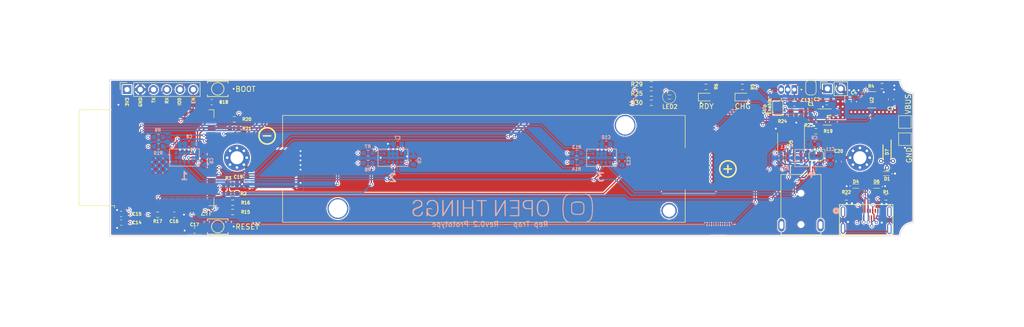
<source format=kicad_pcb>
(kicad_pcb (version 20221018) (generator pcbnew)
  (layers (0 "F.Cu" signal) (1 "In1.Cu" signal) (2 "In2.Cu" signal) (31 "B.Cu" signal) (34 "B.Paste" user) (35 "F.Paste" user) (36 "B.SilkS" user "B.Silkscreen") (37 "F.SilkS" user "F.Silkscreen") (38 "B.Mask" user) (39 "F.Mask" user) (44 "Edge.Cuts" user))
  (net 0 "")
  (net 1 "+3.3V")
  (net 2 "GND")
  (net 3 "+BATT")
  (net 4 "VBUS")
  (net 5 "/main/MCU/EN")
  (net 6 "/main/MCU/GPIO_0")
  (net 7 "Net-(D3-A)")
  (net 11 "Net-(D2-K)")
  (net 12 "/main/TIP")
  (net 13 "/main/END")
  (net 14 "/main/RING")
  (net 16 "/main/USB_D+")
  (net 17 "/main/USB_D-")
  (net 18 "Net-(J8-CC1)")
  (net 24 "Net-(J8-CC2)")
  (net 25 "Net-(JP3-A)")
  (net 26 "/main/ENABLE")
  (net 27 "Net-(U2-PROG)")
  (net 28 "/main/PSU and charging/STAT")
  (net 29 "/main/MCU/XSHUT_VL53_3")
  (net 30 "/main/MCU/INT_VL53_2")
  (net 31 "/main/MCU/XSHUT_VL53_1")
  (net 32 "/main/MCU/INT_VL53_1")
  (net 33 "/main/MCU/XSHUT_VL53_4")
  (net 34 "/main/MCU/INT_VL53_4")
  (net 35 "/main/MCU/XSHUT_VL53_2")
  (net 36 "/main/MCU/INT_VL53_3")
  (net 37 "/main/MCU/U0TXD")
  (net 38 "/main/MCU/U0RXD")
  (net 39 "/main/MCU/SDA")
  (net 40 "/main/MCU/SCL")
  (net 42 "/main/SHUTTER")
  (net 43 "/main/AUTOFOCUS")
  (net 55 "Net-(D5-ANODE_1)")
  (net 59 "/main/VBUS_DETECT")
  (net 61 "Net-(LED2-R)")
  (net 62 "Net-(LED2-B)")
  (net 63 "Net-(LED2-G)")
  (net 65 "Net-(D5-ANODE_2)")
  (net 67 "unconnected-(J8-SHIELD-PadS1)")
  (net 68 "/main/MCU/USB_DP")
  (net 69 "/main/MCU/USB_DM")
  (net 70 "/main/MCU/LED_R")
  (net 71 "/main/MCU/LED_G")
  (net 72 "/main/MCU/LED_B")
  (net 75 "+5V")
  (net 76 "/main/PSU and charging/VIN")
  (net 80 "Net-(C19-Pad1)")
  (net 81 "Net-(C20-Pad1)")
  (footprint "Resistor_SMD:R_0603_1608Metric" (layer "F.Cu") (at 178.943 81.915 180)
    (fp_text reference "R25")
    (fp_text value "1k2")
  )
  (footprint "LESD5D5.0CT1G:LESD5D50CT1G" (layer "F.Cu") (at 222.148 99.695 180)
    (fp_text reference "D6")
    (fp_text value "LESD5D5.0CT1G" hide)
  )
  (footprint "APHF1608LSEEQBDZGKC:APHF1608LSEEQBDZGKC" (layer "F.Cu") (at 182.3974 82.6008)
    (fp_text reference "LED2")
    (fp_text value "APHF1608LSEEQBDZGKC" hide)
  )
  (footprint "Capacitor_SMD:C_0603_1608Metric" (layer "F.Cu") (at 224.917 83.045 90)
    (fp_text reference "C3")
    (fp_text value "10µF")
  )
  (footprint "Connector_PinSocket_2.54mm:PinSocket_1x06_P2.54mm_Vertical" (layer "F.Cu") (at 78.359 81.153 90)
    (fp_text reference "J9" hide)
    (fp_text value "DNP")
  )
  (footprint "Capacitor_SMD:C_0603_1608Metric" (layer "F.Cu") (at 209.5445 85.791 -90)
    (fp_text reference "C1")
    (fp_text value "1µF")
  )
  (footprint "Package_TO_SOT_SMD:SOT-23-5" (layer "F.Cu") (at 221.2395 83.119)
    (fp_text reference "U2")
    (fp_text value "MCP73831/OT")
  )
  (footprint "1N5819HW-7-F:SOD3716X145N" (layer "F.Cu") (at 224.155 93.14 -90)
    (fp_text reference "D7")
    (fp_text value "1N5819HW-7-F" hide)
  )
  (footprint "Resistor_SMD:R_0603_1608Metric" (layer "F.Cu") (at 216.345 101.854)
    (fp_text reference "R22")
    (fp_text value "5k1")
  )
  (footprint "Capacitor_SMD:C_0603_1608Metric" (layer "F.Cu") (at 94.602 83.566)
    (fp_text reference "C18")
    (fp_text value "0.1uF/DNP")
  )
  (footprint "Resistor_SMD:R_0603_1608Metric" (layer "F.Cu") (at 205.74 86.106 -90)
    (fp_text reference "R24")
    (fp_text value "100R")
  )
  (footprint "Capacitor_SMD:C_0603_1608Metric" (layer "F.Cu") (at 206.375 83.82 180)
    (fp_text reference "C13")
    (fp_text value "0.1µF")
  )
  (footprint "Capacitor_SMD:C_0603_1608Metric" (layer "F.Cu") (at 77.203 105.029 180)
    (fp_text reference "C15")
    (fp_text value "0.1uF")
  )
  (footprint "Jumper:SolderJumper-2_P1.3mm_Bridged_RoundedPad1.0x1.5mm" (layer "F.Cu") (at 210.581 93.853 180)
    (fp_text reference "JP3" hide)
    (fp_text value "jumper")
  )
  (footprint "Jumper:SolderJumper-2_P1.3mm_Bridged_RoundedPad1.0x1.5mm" (layer "F.Cu") (at 209.55 80.787 90)
    (fp_text reference "JP2" hide)
    (fp_text value "Jumper_2_Bridged")
  )
  (footprint "124018612112A:CONN_124018612112A_AMP" (layer "F.Cu") (at 217.1059 104.4208)
    (fp_text reference "J8" hide)
    (fp_text value "124018612112A")
  )
  (footprint "Capacitor_SMD:C_0603_1608Metric" (layer "F.Cu") (at 217.805 83.452 90)
    (fp_text reference "C4")
    (fp_text value "10µF")
  )
  (footprint "Package_SO:SO-8_3.9x4.9mm_P1.27mm" (layer "F.Cu") (at 205.74 91.44 -90)
    (fp_text reference "D5")
    (fp_text value "ILD213T")
  )
  (footprint "LESD5D5.0CT1G:LESD5D50CT1G" (layer "F.Cu") (at 224.003 97.282 180)
    (fp_text reference "D1")
    (fp_text value "LESD5D5.0CT1G" hide)
  )
  (footprint "Resistor_SMD:R_0603_1608Metric" (layer "F.Cu") (at 98.616 101.092 180)
    (fp_text reference "R2")
    (fp_text value "4.7k")
  )
  (footprint "LESD5D5.0CT1G:LESD5D50CT1G" (layer "F.Cu") (at 218.161 99.695)
    (fp_text reference "D4")
    (fp_text value "LESD5D5.0CT1G" hide)
  )
  (footprint "MountingHole:MountingHole_2.5mm_Pad_Via" (layer "F.Cu") (at 99.441 94.234)
    (fp_text reference "H2" hide)
    (fp_text value "MountingHole_Pad")
  )
  (footprint "SKRKAEE020:SKRKAEE020" (layer "F.Cu") (at 95.758 107.442 180)
    (fp_text reference "SW2" hide)
    (fp_text value "SKRKAEE020")
  )
  (footprint "TestPoint:TestPoint_Pad_2.0x2.0mm" (layer "F.Cu") (at 227.584 87.376)
    (fp_text reference "J4" hide)
    (fp_text value "+5V")
  )
  (footprint "Jumper:SolderJumper-2_P1.3mm_Open_TrianglePad1.0x1.5mm" (layer "F.Cu") (at 203.2 84.709 90)
    (fp_text reference "JP1" hide)
    (fp_text value "SolderJumper_2_Open")
  )
  (footprint "Resistor_SMD:R_0603_1608Metric" (layer "F.Cu") (at 178.943 83.693)
    (fp_text reference "R30")
    (fp_text value "390R")
  )
  (footprint "1042P:1042P" (layer "F.Cu") (at 146.685 96.3676)
    (fp_text reference "BT1" hide)
    (fp_text value "1042")
  )
  (footprint "Connector_PinSocket_2.54mm:PinSocket_1x02_P2.54mm_Vertical" (layer "F.Cu") (at 212.725 81.001 90)
    (fp_text reference "J5" hide)
    (fp_text value "Conn_01x02_Pin")
  )
  (footprint "Resistor_SMD:R_0603_1608Metric" (layer "F.Cu") (at 84.227 105.156 180)
    (fp_text reference "R17")
    (fp_text value "10k")
  )
  (footprint "MountingHole:MountingHole_2.5mm_Pad_Via" (layer "F.Cu") (at 218.948 94.234)
    (fp_text reference "H1" hide)
    (fp_text value "MountingHole_Pad")
  )
  (footprint "Capacitor_SMD:C_0603_1608Metric" (layer "F.Cu") (at 101.346 98.666 -90)
    (fp_text reference "C19")
    (fp_text value "0.1µF")
  )
  (footprint "Resistor_SMD:R_0603_1608Metric" (layer "F.Cu") (at 196.406 80.645 180)
    (fp_text reference "R5")
    (fp_text value "1k")
  )
  (footprint "Resistor_SMD:R_0603_1608Metric" (layer "F.Cu") (at 189.42 80.645 180)
    (fp_text reference "R6")
    (fp_text value "1k")
  )
  (footprint "Resistor_SMD:R_0603_1608Metric" (layer "F.Cu") (at 207.645 86.106 -90)
    (fp_text reference "R23")
    (fp_text value "100R")
  )
  (footprint "Resistor_SMD:R_0603_1608Metric" (layer "F.Cu") (at 210.503 89.154)
    (fp_text reference "R19")
    (fp_text value "10k")
  )
  (footprint "Capacitor_SMD:C_0603_1608Metric" (layer "F.Cu") (at 91.3 108.204 180)
    (fp_text reference "C17")
    (fp_text value "0.1uF/DNP")
  )
  (footprint "SJ-3541AS-SMT-TR-67:CUI_SJ-3541AS-SMT-TR-67" (layer "F.Cu") (at 207.645 109.2525 90)
    (fp_text reference "J3" hide)
    (fp_text value "SJ-3541AS-SMT-TR-67")
  )
  (footprint "RF_Module:ESP32-S3-WROOM-1" (layer "F.Cu") (at 82.08 94.234 90)
    (fp_text reference "U7")
    (fp_text value "ESP32-S3-WROOM-1")
  )
  (footprint "Resistor_SMD:R_0603_1608Metric" (layer "F.Cu") (at 223.202 80.518)
    (fp_text reference "R4")
    (fp_text value "2k")
  )
  (footprint "Resistor_SMD:R_0603_1608Metric" (layer "F.Cu") (at 98.616 102.87)
    (fp_text reference "R16")
    (fp_text value "0R")
  )
  (footprint "Resistor_SMD:R_0603_1608Metric" (layer "F.Cu") (at 223.965 101.854 180)
    (fp_text reference "R1")
    (fp_text value "5k1")
  )
  (footprint "Resistor_SMD:R_0603_1608Metric" (layer "F.Cu") (at 98.933 86.868)
    (fp_text reference "R20")
    (fp_text value "2.2k")
  )
  (footprint "DRV5032DULPGM:DRV5032DULPGM" (layer "F.Cu") (at 206.375 81.153)
    (fp_text reference "IC1" hide)
    (fp_text value "DRV5032FB" hide)
  )
  (footprint "Package_TO_SOT_SMD:SOT-23-5" (layer "F.Cu") (at 212.7195 86.426)
    (fp_text reference "U1")
    (fp_text value "AP2112K-3.3")
  )
  (footprint "Capacitor_SMD:C_0603_1608Metric" (layer "F.Cu") (at 77.229 106.68 180)
    (fp_text reference "C14")
    (fp_text value "10uF")
  )
  (footprint "Resistor_SMD:R_0603_1608Metric" (layer "F.Cu") (at 98.616 104.648)
    (fp_text reference "R15")
    (fp_text value "0R")
  )
  (footprint "Resistor_SMD:R_0603_1608Metric" (layer "F.Cu") (at 98.917 88.646)
    (fp_text reference "R21")
    (fp_text value "2.2k")
  )
  (footprint "Capacitor_SMD:C_0603_1608Metric" (layer "F.Cu") (at 212.6055 83.571 180)
    (fp_text reference "C2")
    (fp_text value "1µF")
  )
  (footprint "Resistor_SMD:R_0603_1608Metric" (layer "F.Cu") (at 178.943 80.137)
    (fp_text reference "R29")
    (fp_text value "2k2")
  )
  (footprint "LED_SMD:LED_0603_1608Metric" (layer "F.Cu") (at 196.469 82.6008)
    (fp_text reference "D2" hide)
    (fp_text value "LED_RED")
  )
  (footprint "LED_SMD:LED_0603_1608Metric" (layer "F.Cu") (at 189.4331 82.6008)
    (fp_text reference "D3" hide)
    (fp_text value "LED_GREEN")
  )
  (footprint "TestPoint:TestPoint_Pad_2.0x2.0mm" (layer "F.Cu") (at 227.584 90.678)
    (fp_text reference "J7" hide)
    (fp_text value "GND")
  )
  (footprint "Resistor_SMD:R_0603_1608Metric" (layer "F.Cu") (at 98.616 99.314)
    (fp_text reference "R3")
    (fp_text value "10k")
  )
  (footprint "SKRKAEE020:SKRKAEE020" (layer "F.Cu") (at 95.758 81.026 180)
    (fp_text reference "SW1" hide)
    (fp_text value "SKRKAEE020")
  )
  (footprint "Capacitor_SMD:C_0603_1608Metric" (layer "F.Cu") (at 87.415 105.156)
    (fp_text reference "C16")
    (fp_text value "1uF")
  )
  (footprint "Capacitor_SMD:C_0603_1608Metric" (layer "F.Cu") (at 214.884 94.983 -90)
    (fp_text reference "C20")
    (fp_text value "0.1µF")
  )
  (footprint "Capacitor_SMD:C_0603_1608Metric" (layer "B.Cu") (at 213.3082 94.7166 90)
    (fp_text reference "C11")
    (fp_text value "0.1µF")
  )
  (footprint "VL53L4CD:LGA12_STM" (layer "B.Cu") (at 89.368646 94.2086 90)
    (fp_text reference "U4" hide)
    (fp_text value "VL53L4CDV0DH/1")
  )
  (footprint "VL53L4CD:LGA12_STM" (layer "B.Cu") (at 169.392399 94.246827 90)
    (fp_text reference "U6" hide)
    (fp_text value "VL53L4CDV0DH/1")
  )
  (footprint "Resistor_SMD:R_0603_1608Metric" (layer "B.Cu") (at 124.5992 95.262827 180)
    (fp_text reference "R8")
    (fp_text value "10k")
  )
  (footprint "VL53L4CD:LGA12_STM" (layer "B.Cu") (at 129.365331 94.246827 90)
    (fp_text reference "U3" hide)
    (fp_text value "VL53L4CDV0DH/1")
  )
  (footprint "Capacitor_SMD:C_0603_1608Metric" (layer "B.Cu") (at 210.2472 91.6686 180)
    (fp_text reference "C9")
    (fp_text value "4.7µF")
  )
  (footprint "VL53L4CD:LGA12_STM" (layer "B.Cu") (at 209.358701 94.297627 90)
    (fp_text reference "U5" hide)
    (fp_text value "VL53L4CDV0DH/1")
  )
  (footprint "Resistor_SMD:R_0603_1608Metric" (layer "B.Cu") (at 164.633583 95.135827 180)
    (fp_text reference "R14")
    (fp_text value "10k")
  )
  (footprint "Resistor_SMD:R_0603_1608Metric" (layer "B.Cu") (at 124.5992 93.357827 180)
    (fp_text reference "R7")
    (fp_text value "10k")
  )
  (footprint "Capacitor_SMD:C_0603_1608Metric" (layer "B.Cu") (at 173.333583 94.868827 90)
    (fp_text reference "C12")
    (fp_text value "0.1µF")
  )
  (footprint "Capacitor_SMD:C_0603_1608Metric" (layer "B.Cu") (at 130.2632 91.579827 180)
    (fp_text reference "C7")
    (fp_text value "0.1µF")
  )
  (footprint "Resistor_SMD:R_0603_1608Metric" (layer "B.Cu") (at 164.634583 93.357827 180)
    (fp_text reference "R13")
    (fp_text value "10k")
  )
  (footprint "Resistor_SMD:R_0603_1608Metric" (layer "B.Cu") (at 84.392 92.075 180)
    (fp_text reference "R10")
    (fp_text value "10k")
  )
  (footprint "Capacitor_SMD:C_0603_1608Metric" (layer "B.Cu") (at 90.2322 91.5416 180)
    (fp_text reference "C8")
    (fp_text value "0.1µF")
  )
  (footprint "Resistor_SMD:R_0603_1608Metric" (layer "B.Cu") (at 204.5452 95.2246 180)
    (fp_text reference "R12")
    (fp_text value "10k")
  )
  (footprint "Resistor_SMD:R_0603_1608Metric" (layer "B.Cu") (at 84.392 90.297 180)
    (fp_text reference "R9")
    (fp_text value "10k")
  )
  (footprint "LOGO" (layer "B.Cu") (at 149.95865 103.910859 180)
    (fp_text reference "G1" hide)
    (fp_text value "LOGO" hide)
  )
  (footprint "Capacitor_SMD:C_0603_1608Metric" (layer "B.Cu") (at 133.2982 94.754827 90)
    (fp_text reference "C5")
    (fp_text value "4.7µF")
  )
  (footprint "Capacitor_SMD:C_0603_1608Metric" (layer "B.Cu") (at 170.272583 91.579827 180)
    (fp_text reference "C10")
    (fp_text value "4.7µF")
  )
  (footprint "Resistor_SMD:R_0603_1608Metric" (layer "B.Cu") (at 204.5452 93.3196 180)
    (fp_text reference "R11")
    (fp_text value "10k")
  )
  (footprint "Capacitor_SMD:C_0603_1608Metric" (layer "B.Cu") (at 93.2932 94.8436 90)
    (fp_text reference "C6")
    (fp_text value "4.7µF")
  )
  (gr_line (start 193.628097 97.0915) (end 193.628097 95.6945) (stroke (width 0.3)) (layer "F.SilkS"))
  (gr_circle (center 193.628097 96.393) (end 195.199 96.393) (stroke (width 0.3)) (fill none) (layer "F.SilkS"))
  (gr_line (start 104.521 90.043) (end 105.918 90.043) (stroke (width 0.3)) (layer "F.SilkS"))
  (gr_line (start 192.913 96.393) (end 194.31 96.393) (stroke (width 0.3)) (layer "F.SilkS"))
  (gr_circle (center 182.372 82.55) (end 183.642 82.55) (stroke (width 0.1)) (fill none) (layer "F.SilkS"))
  (gr_circle (center 105.236097 90.043) (end 106.807 90.043) (stroke (width 0.3)) (fill none) (layer "F.SilkS"))
  (gr_line (start 75 79.248) (end 226.674354 79.260767) (stroke (width 0.1)) (layer "Edge.Cuts"))
  (gr_arc (start 226.656593 109.250525) (mid 227.4316 107.442) (end 229.247633 106.684754) (stroke (width 0.1)) (layer "Edge.Cuts"))
  (gr_line (start 75 79.248) (end 75 109.248) (stroke (width 0.1)) (layer "Edge.Cuts"))
  (gr_arc (start 229.240125 81.851807) (mid 227.4316 81.0768) (end 226.674354 79.260767) (stroke (width 0.1)) (layer "Edge.Cuts"))
  (gr_line (start 229.240125 81.851807) (end 229.247633 106.684754) (stroke (width 0.1)) (layer "Edge.Cuts"))
  (gr_line (start 226.656593 109.250525) (end 75 109.248) (stroke (width 0.1)) (layer "Edge.Cuts"))
  (gr_text "4" (at 210.82 98.171) (layer "B.SilkS") (effects (font (size 1.5 1.5) (thickness 0.3) bold) (justify left bottom mirror)))
  (gr_text "1" (at 90.2452 98.6028) (layer "B.SilkS") (effects (font (size 1.5 1.5) (thickness 0.3) bold) (justify left bottom mirror)))
  (gr_text "3" (at 170.1282 98.8568) (layer "B.SilkS") (effects (font (size 1.5 1.5) (thickness 0.3) bold) (justify left bottom mirror)))
  (gr_text "2" (at 130.2502 98.9838) (layer "B.SilkS") (effects (font (size 1.5 1.5) (thickness 0.3) bold) (justify left bottom mirror)))
  (gr_text "Rep Trap - Rev0.2 Prototype" (at 159.258 107.569) (layer "B.SilkS") (effects (font (size 1 1)) (justify left bottom mirror)))
  (gr_text "RESET" (at 99.06 108.077) (layer "F.SilkS") (effects (font (size 1 1)) (justify left bottom)))
  (gr_text "IO0" (at 88.773 84.328 90) (layer "F.SilkS") (effects (font (size 0.6 0.6)) (justify left bottom)))
  (gr_text "BOOT" (at 99.06 81.661) (layer "F.SilkS") (effects (font (size 1 1)) (justify left bottom)))
  (gr_text "GND" (at 228.981 95.377 90) (layer "F.SilkS") (effects (font (size 1 1)) (justify left bottom)))
  (gr_text "Skip \nEnable" (at 200.279 85.979 90) (layer "F.SilkS") (effects (font (size 0.6 0.6)) (justify left top)))
  (gr_text "RX" (at 86.36 83.947 90) (layer "F.SilkS") (effects (font (size 0.6 0.6)) (justify left bottom)))
  (gr_text "VBUS" (at 228.784 85.979 90) (layer "F.SilkS") (effects (font (size 1 1)) (justify left bottom)))
  (gr_text "GND" (at 81.28 84.582 90) (layer "F.SilkS") (effects (font (size 0.6 0.6)) (justify left bottom)))
  (gr_text "EN" (at 91.44 83.947 90) (layer "F.SilkS") (effects (font (size 0.6 0.6)) (justify left bottom)))
  (gr_text "CHG" (at 194.8434 84.963) (layer "F.SilkS") (effects (font (size 1 1)) (justify left bottom)))
  (gr_text "TX" (at 83.82 83.82 90) (layer "F.SilkS") (effects (font (size 0.6 0.6)) (justify left bottom)))
  (gr_text "RDY" (at 187.96 84.963) (layer "F.SilkS") (effects (font (size 1 1)) (justify left bottom)))
  (gr_text "3V3" (at 78.74 84.455 90) (layer "F.SilkS") (effects (font (size 0.6 0.6)) (justify left bottom)))
  (segment (start 99.758 86.868) (end 99.758 85.789) (width 0.25) (layer "F.Cu") (net 1))
  (segment (start 77.978 105.029) (end 78.994 105.029) (width 0.25) (layer "F.Cu") (net 1))
  (segment (start 83.402 105.156) (end 82.423 105.156) (width 0.25) (layer "F.Cu") (net 1))
  (segment (start 78.002 103.011) (end 78.002 103.529) (width 0.25) (layer "F.Cu") (net 1))
  (segment (start 181.7474 81.4174) (end 181.737 81.407) (width 0.25) (layer "F.Cu") (net 1))
  (segment (start 99.758 85.789) (end 99.822 85.725) (width 0.25) (layer "F.Cu") (net 1))
  (segment (start 181.7474 82.2508) (end 181.7474 81.4174) (width 0.25) (layer "F.Cu") (net 1))
  (segment (start 98.7365 89.6515) (end 99.742 88.646) (width 0.25) (layer "F.Cu") (net 1))
  (segment (start 78.002 103.529) (end 78.74 104.267) (width 0.25) (layer "F.Cu") (net 1))
  (segment (start 78.004 106.68) (end 78.994 106.68) (width 0.25) (layer "F.Cu") (net 1))
  (segment (start 96.901 89.6515) (end 98.7365 89.6515) (width 0.25) (layer "F.Cu") (net 1))
  (via (at 215.646 83.439) (size 0.6) (drill 0.35) (layers "F.Cu" "B.Cu") (net 1))
  (via (at 78.994 106.68) (size 0.6) (drill 0.35) (layers "F.Cu" "B.Cu") (net 1))
  (via (at 171.958 95.377) (size 0.6) (drill 0.35) (layers "F.Cu" "B.Cu") (net 1))
  (via (at 82.423 90.297) (size 0.6) (drill 0.35) (layers "F.Cu" "B.Cu") (net 1))
  (via (at 215.646 84.455) (size 0.6) (drill 0.35) (layers "F.Cu" "B.Cu") (net 1))
  (via (at 214.757 86.487) (size 0.6) (drill 0.35) (layers "F.Cu" "B.Cu") (net 1))
  (via (at 78.74 104.267) (size 0.6) (drill 0.35) (layers "F.Cu" "B.Cu") (net 1))
  (via (at 214.757 83.439) (size 0.6) (drill 0.35) (layers "F.Cu" "B.Cu") (net 1))
  (via (at 82.423 92.075) (size 0.6) (drill 0.35) (layers "F.Cu" "B.Cu") (net 1))
  (via (at 162.814 93.345) (size 0.6) (drill 0.35) (layers "F.Cu" "B.Cu") (net 1))
  (via (at 91.948 95.25) (size 0.6) (drill 0.35) (layers "F.Cu" "B.Cu") (net 1))
  (via (at 78.994 105.029) (size 0.6) (drill 0.35) (layers "F.Cu" "B.Cu") (net 1))
  (via (at 122.682 95.25) (size 0.6) (drill 0.35) (layers "F.Cu" "B.Cu") (net 1))
  (via (at 131.953 95.123) (size 0.6) (drill 0.35) (layers "F.Cu" "B.Cu") (net 1))
  (via (at 215.646 85.471) (size 0.6) (drill 0.35) (layers "F.Cu" "B.Cu") (net 1))
  (via (at 171.069 92.71) (size 0.6) (drill 0.35) (layers "F.Cu" "B.Cu") (net 1))
  (via (at 162.814 95.123) (size 0.6) (drill 0.35) (layers "F.Cu" "B.Cu") (net 1))
  (via (at 215.646 86.487) (size 0.6) (drill 0.35) (layers "F.Cu" "B.Cu") (net 1))
  (via (at 91.059 92.71) (size 0.6) (drill 0.35) (layers "F.Cu" "B.Cu") (net 1))
  (via (at 212.217 95.377) (size 0.6) (drill 0.35) (layers "F.Cu" "B.Cu") (net 1))
  (via (at 214.757 84.455) (size 0.6) (drill 0.35) (layers "F.Cu" "B.Cu") (net 1))
  (via (at 202.692 93.345) (size 0.6) (drill 0.35) (layers "F.Cu" "B.Cu") (net 1))
  (via (at 202.692 95.25) (size 0.6) (drill 0.35) (layers "F.Cu" "B.Cu") (net 1))
  (via (at 122.682 93.345) (size 0.6) (drill 0.35) (layers "F.Cu" "B.Cu") (net 1))
  (via (at 99.822 85.725) (size 0.6) (drill 0.35) (layers "F.Cu" "B.Cu") (net 1))
  (via (at 213.868 86.487) (size 0.6) (drill 0.35) (layers "F.Cu" "B.Cu") (net 1))
  (via (at 96.901 89.6515) (size 0.6) (drill 0.35) (layers "F.Cu" "B.Cu") (net 1))
  (via (at 181.737 81.407) (size 0.6) (drill 0.35) (layers "F.Cu" "B.Cu") (net 1))
  (via (at 131.064 92.583) (size 0.6) (drill 0.35) (layers "F.Cu" "B.Cu") (net 1))
  (via (at 82.423 105.156) (size 0.6) (drill 0.35) (layers "F.Cu" "B.Cu") (net 1))
  (via (at 211.201 92.6035) (size 0.6) (drill 0.35) (layers "F.Cu" "B.Cu") (net 1))
  (segment (start 170.992398 95.0468) (end 171.6278 95.0468) (width 0.25) (layer "B.Cu") (net 1))
  (segment (start 90.968645 92.800355) (end 91.059 92.71) (width 0.25) (layer "B.Cu") (net 1))
  (segment (start 91.706573 95.008573) (end 91.948 95.25) (width 0.25) (layer "B.Cu") (net 1))
  (segment (start 91.0072 92.6582) (end 91.059 92.71) (width 0.25) (layer "B.Cu") (net 1))
  (segment (start 202.7174 95.2246) (end 202.692 95.25) (width 0.25) (layer "B.Cu") (net 1))
  (segment (start 163.808583 95.135827) (end 162.826827 95.135827) (width 0.25) (layer "B.Cu") (net 1))
  (segment (start 130.96533 93.446854) (end 130.96533 92.68167) (width 0.25) (layer "B.Cu") (net 1))
  (segment (start 203.7202 93.3196) (end 202.7174 93.3196) (width 0.25) (layer "B.Cu") (net 1))
  (segment (start 211.201 93.255354) (end 210.9587 93.497654) (width 0.25) (layer "B.Cu") (net 1))
  (segment (start 131.8768 95.0468) (end 131.953 95.123) (width 0.25) (layer "B.Cu") (net 1))
  (segment (start 211.0222 92.4247) (end 211.0222 91.6686) (width 0.25) (layer "B.Cu") (net 1))
  (segment (start 91.0072 91.5416) (end 91.0072 92.6582) (width 0.25) (layer "B.Cu") (net 1))
  (segment (start 173.333583 95.643827) (end 172.224827 95.643827) (width 0.25) (layer "B.Cu") (net 1))
  (segment (start 202.7174 93.3196) (end 202.692 93.345) (width 0.25) (layer "B.Cu") (net 1))
  (segment (start 213.3082 95.4916) (end 212.3316 95.4916) (width 0.25) (layer "B.Cu") (net 1))
  (segment (start 132.359827 95.529827) (end 131.953 95.123) (width 0.25) (layer "B.Cu") (net 1))
  (segment (start 122.694827 95.262827) (end 123.7742 95.262827) (width 0.25) (layer "B.Cu") (net 1))
  (segment (start 83.567 92.075) (end 82.423 92.075) (width 0.25) (layer "B.Cu") (net 1))
  (segment (start 83.567 90.297) (end 82.423 90.297) (width 0.25) (layer "B.Cu") (net 1))
  (segment (start 162.826827 95.135827) (end 162.814 95.123) (width 0.25) (layer "B.Cu") (net 1))
  (segment (start 122.682 95.25) (end 122.694827 95.262827) (width 0.25) (layer "B.Cu") (net 1))
  (segment (start 170.992398 93.446854) (end 170.992398 92.786602) (width 0.25) (layer "B.Cu") (net 1))
  (segment (start 212.3316 95.4916) (end 212.217 95.377) (width 0.25) (layer "B.Cu") (net 1))
  (segment (start 90.968645 93.408627) (end 90.968645 92.800355) (width 0.25) (layer "B.Cu") (net 1))
  (segment (start 131.0382 91.579827) (end 131.0382 92.5572) (width 0.25) (layer "B.Cu") (net 1))
  (segment (start 211.201 92.6035) (end 211.0222 92.4247) (width 0.25) (layer "B.Cu") (net 1))
  (segment (start 133.2982 95.529827) (end 132.359827 95.529827) (width 0.25) (layer "B.Cu") (net 1))
  (segment (start 170.992398 92.786602) (end 171.069 92.71) (width 0.25) (layer "B.Cu") (net 1))
  (segment (start 210.9587 91.7321) (end 211.0222 91.6686) (width 0.25) (layer "B.Cu") (net 1))
  (segment (start 203.7202 95.2246) (end 202.7174 95.2246) (width 0.25) (layer "B.Cu") (net 1))
  (segment (start 171.047583 92.688583) (end 171.069 92.71) (width 0.25) (layer "B.Cu") (net 1))
  (segment (start 131.0382 92.5572) (end 131.064 92.583) (width 0.25) (layer "B.Cu") (net 1))
  (segment (start 211.9376 95.0976) (end 212.217 95.377) (width 0.25) (layer "B.Cu") (net 1))
  (segment (start 171.047583 91.579827) (end 171.047583 92.688583) (width 0.25) (layer "B.Cu") (net 1))
  (segment (start 172.224827 95.643827) (end 171.958 95.377) (width 0.25) (layer "B.Cu") (net 1))
  (segment (start 123.7742 93.357827) (end 122.694827 93.357827) (width 0.25) (layer "B.Cu") (net 1))
  (segment (start 93.2932 95.6186) (end 92.3166 95.6186) (width 0.25) (layer "B.Cu") (net 1))
  (segment (start 162.826827 93.357827) (end 162.814 93.345) (width 0.25) (layer "B.Cu") (net 1))
  (segment (start 171.6278 95.0468) (end 171.958 95.377) (width 0.25) (layer "B.Cu") (net 1))
  (segment (start 92.3166 95.6186) (end 91.948 95.25) (width 0.25) (layer "B.Cu") (net 1))
  (segment (start 122.694827 93.357827) (end 122.682 93.345) (width 0.25) (layer "B.Cu") (net 1))
  (segment (start 130.96533 95.0468) (end 131.8768 95.0468) (width 0.25) (layer "B.Cu") (net 1))
  (segment (start 211.201 92.6035) (end 211.201 93.255354) (width 0.25) (layer "B.Cu") (net 1))
  (segment (start 130.96533 92.68167) (end 131.064 92.583) (width 0.25) (layer "B.Cu") (net 1))
  (segment (start 210.9587 95.0976) (end 211.9376 95.0976) (width 0.25) (layer "B.Cu") (net 1))
  (segment (start 163.809583 93.357827) (end 162.826827 93.357827) (width 0.25) (layer "B.Cu") (net 1))
  (segment (start 90.968645 95.008573) (end 91.706573 95.008573) (width 0.25) (layer "B.Cu") (net 1))
  (segment (start 223.139 106.68) (end 223.139 106.15532) (width 0.25) (layer "F.Cu") (net 2))
  (segment (start 223.205899 104.4208) (end 223.205899 103.190899) (width 0.25) (layer "F.Cu") (net 2))
  (segment (start 216.408 102.997) (end 216.408 102.742) (width 0.25) (layer "F.Cu") (net 2))
  (segment (start 223.827 83.119) (end 224.663 82.283) (width 0.4) (layer "F.Cu") (net 2))
  (segment (start 217.1559 105.6708) (end 217.1559 106.0591) (width 0.25) (layer "F.Cu") (net 2))
  (segment (start 205.473 83.693) (end 205.6 83.82) (width 0.25) (layer "F.Cu") (net 2))
  (segment (start 212.664 86.426) (end 212.725 86.487) (width 0.25) (layer "F.Cu") (net 2))
  (segment (start 209.678 88.645) (end 210.185 88.138) (width 0.25) (layer "F.Cu") (net 2))
  (segment (start 227.584 90.678) (end 227.584 92.329) (width 0.25) (layer "F.Cu") (net 2))
  (segment (start 209.678 89.154) (end 209.678 88.645) (width 0.25) (layer "F.Cu") (net 2))
  (segment (start 206.375 88.865) (end 206.375 87.884) (width 0.25) (layer "F.Cu") (net 2))
  (segment (start 218.247 83.119) (end 217.805 82.677) (width 0.4) (layer "F.Cu") (net 2))
  (segment (start 211.8305 83.571) (end 211.8305 84.4495) (width 0.25) (layer "F.Cu") (net 2))
  (segment (start 217.1559 106.0591) (end 216.662 106.553) (width 0.25) (layer "F.Cu") (net 2))
  (segment (start 97.8535 81.026) (end 98.806 81.026) (width 0.25) (layer "F.Cu") (net 2))
  (segment (start 76.454 106.68) (end 76.454 107.696) (width 0.6) (layer "F.Cu") (net 2))
  (segment (start 223.139 106.15532) (end 223.155899 106.138421) (width 0.25) (layer "F.Cu") (net 2))
  (segment (start 209.5445 86.566) (end 209.5445 87.70889) (width 0.25) (layer "F.Cu") (net 2))
  (segment (start 204.597 83.693) (end 205.473 83.693) (width 0.25) (layer "F.Cu") (net 2))
  (segment (start 223.155899 106.138421) (end 223.155899 105.6708) (width 0.25) (layer "F.Cu") (net 2))
  (segment (start 223.705899 104.4208) (end 223.705899 103.446101) (width 0.25) (layer "F.Cu") (net 2))
  (segment (start 211.8305 84.4495) (end 211.836 84.455) (width 0.25) (layer "F.Cu") (net 2))
  (segment (start 203.835 88.865) (end 203.038 88.865) (width 0.25) (layer "F.Cu") (net 2))
  (segment (start 223.705899 103.446101) (end 224.028 103.124) (width 0.25) (layer "F.Cu") (net 2))
  (segment (start 99.441 99.314) (end 100.457 99.314) (width 0.25) (layer "F.Cu") (net 2))
  (segment (start 95.377 83.566) (end 96.393 83.566) (width 0.25) (layer "F.Cu") (net 2))
  (segment (start 224.028 102.616) (end 224.79 101.854) (width 0.25) (layer "F.Cu") (net 2))
  (segment (start 76.428 105.029) (end 76.428 104.293) (width 0.6) (layer "F.Cu") (net 2))
  (segment (start 222.808 99.695) (end 223.774 99.695) (width 0.25) (layer "F.Cu") (net 2))
  (segment (start 206.375 87.884) (end 206.756 87.503) (width 0.25) (layer "F.Cu") (net 2))
  (segment (start 76.835 103.011) (end 76.835 103.886) (width 0.6) (layer "F.Cu") (net 2))
  (segment (start 223.205899 103.190899) (end 223.139 103.124) (width 0.25) (layer "F.Cu") (net 2))
  (segment (start 76.428 104.293) (end 76.454 104.267) (width 0.6) (layer "F.Cu") (net 2))
  (segment (start 224.663 97.282) (end 225.679 97.282) (width 0.25) (layer "F.Cu") (net 2))
  (segment (start 76.732 84.098) (end 76.708 84.074) (width 0.25) (layer "F.Cu") (net 2))
  (segment (start 203.038 88.865) (end 202.819 88.646) (width 0.25) (layer "F.Cu") (net 2))
  (segment (start 76.732 85.511) (end 76.732 84.098) (width 0.25) (layer "F.Cu") (net 2))
  (segment (start 217.1059 103.3151) (end 217.1059 104.4208) (width 0.25) (layer "F.Cu") (net 2))
  (segment (start 216.6059 103.1949) (end 216.6059 104.4208) (width 0.25) (layer "F.Cu") (net 2))
  (segment (start 216.408 102.997) (end 216.6059 103.1949) (width 0.25) (layer "F.Cu") (net 2))
  (segment (start 217.501 99.695) (end 216.408 99.695) (width 0.25) (layer "F.Cu") (net 2))
  (segment (start 188.6456 82.6008) (end 188.6456 83.5154) (width 0.25) (layer "F.Cu") (net 2))
  (segment (start 211.582 86.426) (end 212.664 86.426) (width 0.25) (layer "F.Cu") (net 2))
  (segment (start 90.525 108.204) (end 89.408 108.204) (width 0.25) (layer "F.Cu") (net 2))
  (segment (start 88.19 105.156) (end 89.281 105.156) (width 0.25) (layer "F.Cu") (net 2))
  (segment (start 85.852 95.761) (end 83.052 95.761) (width 0.4) (layer "F.Cu") (net 2))
  (segment (start 188.6456 83.5154) (end 188.468 83.693) (width 0.25) (layer "F.Cu") (net 2))
  (segment (start 76.835 103.886) (end 76.454 104.267) (width 0.6) (layer "F.Cu") (net 2))
  (segment (start 220.102 83.119) (end 218.247 83.119) (width 0.4) (layer "F.Cu") (net 2))
  (segment (start 220.102 83.119) (end 223.827 83.119) (width 0.4) (layer "F.Cu") (net 2))
  (segment (start 209.5445 87.70889) (end 209.525536 87.727854) (width 0.25) (layer "F.Cu") (net 2))
  (segment (start 224.79 101.854) (end 224.79 102.108) (width 0.25) (layer "F.Cu") (net 2))
  (segment (start 97.8535 107.442) (end 98.806 107.442) (width 0.25) (layer "F.Cu") (net 2))
  (segment (start 217.424 102.997) (end 217.1059 103.3151) (width 0.25) (layer "F.Cu") (net 2))
  (segment (start 216.408 102.742) (end 215.52 101.854) (width 0.25) (layer "F.Cu") (net 2))
  (segment (start 224.028 103.124) (end 224.028 102.616) (width 0.25) (layer "F.Cu") (net 2))
  (via (at 89.408 108.204) (size 0.6) (drill 0.35) (layers "F.Cu" "B.Cu") (net 2))
  (via (at 216.662 106.553) (size 0.8) (drill 0.4) (layers "F.Cu" "B.Cu") (net 2))
  (via (at 90.17 92.71) (size 0.6) (drill 0.35) (layers "F.Cu" "B.Cu") (net 2))
  (via (at 204.597 83.693) (size 0.6) (drill 0.35) (layers "F.Cu" "B.Cu") (net 2))
  (via (at 208.534 94.3441) (size 0.6) (drill 0.35) (layers "F.Cu" "B.Cu") (net 2))
  (via (at 218.694 81.28) (size 0.6) (drill 0.35) (layers "F.Cu" "B.Cu") (net 2))
  (via (at 225.552 80.391) (size 0.6) (drill 0.35) (layers "F.Cu" "B.Cu") (net 2))
  (via (at 223.774 99.695) (size 0.6) (drill 0.35) (layers "F.Cu" "B.Cu") (net 2))
  (via (at 127 94.234) (size 0.6) (drill 0.35) (layers "F.Cu" "B.Cu") (net 2))
  (via (at 217.805 81.28) (size 0.6) (drill 0.35) (layers "F.Cu" "B.Cu") (net 2))
  (via (at 209.525536 87.727854) (size 0.6) (drill 0.35) (layers "F.Cu" "B.Cu") (net 2))
  (via (at 211.836 84.455) (size 0.6) (drill 0.35) (layers "F.Cu" "B.Cu") (net 2))
  (via (at 223.52 81.661) (size 0.6) (drill 0.35) (layers "F.Cu" "B.Cu") (net 2))
  (via (at 130.175 92.583) (size 0.6) (drill 0.35) (layers "F.Cu" "B.Cu") (net 2))
  (via (at 209.423 92.71) (size 0.6) (drill 0.35) (layers "F.Cu" "B.Cu") (net 2))
  (via (at 89.408 92.71) (size 0.6) (drill 0.35) (layers "F.Cu" "B.Cu") (net 2))
  (via (at 170.18 92.71) (size 0.6) (drill 0.35) (layers "F.Cu" "B.Cu") (net 2))
  (via (at 129.413 92.583) (size 0.6) (drill 0.35) (layers "F.Cu" "B.Cu") (net 2))
  (via (at 225.679 97.282) (size 0.8) (drill 0.4) (layers "F.Cu" "B.Cu") (net 2))
  (via (at 96.393 83.566) (size 0.6) (drill 0.35) (layers "F.Cu" "B.Cu") (net 2))
  (via (at 188.468 83.693) (size 0.6) (drill 0.35) (layers "F.Cu" "B.Cu") (net 2))
  (via (at 202.819 88.646) (size 0.6) (drill 0.35) (layers "F.Cu" "B.Cu") (net 2))
  (via (at 76.454 104.267) (size 0.6) (drill 0.35) (layers "F.Cu" "B.Cu") (net 2))
  (via (at 92.329 94.361) (size 0.6) (drill 0.35) (layers "F.Cu" "B.Cu") (net 2))
  (via (at 128.397 91.567) (size 0.6) (drill 0.35) (layers "F.Cu" "B.Cu") (net 2))
  (via (at 132.08 93.98) (size 0.6) (drill 0.35) (layers "F.Cu" "B.Cu") (net 2))
  (via (at 206.756 87.503) (size 0.6) (drill 0.35) (layers "F.Cu" "B.Cu") (net 2))
  (via (at 212.217 94.361) (size 0.6) (drill 0.35) (layers "F.Cu" "B.Cu") (net 2))
  (via (at 98.806 81.026) (size 0.6) (drill 0.35) (layers "F.Cu" "B.Cu") (net 2))
  (via (at 111.633 94.742) (size 0.6) (drill 0.35) (layers "F.Cu" "B.Cu") (net 2))
  (via (at 225.552 81.153) (size 0.6) (drill 0.35) (layers "F.Cu" "B.Cu") (net 2))
  (via (at 166.878 94.234) (size 0.6) (drill 0.35) (layers "F.Cu" "B.Cu") (net 2))
  (via (at 210.185 88.138) (size 0.6) (drill 0.35) (layers "F.Cu" "B.Cu") (net 2))
  (via (at 216.408 99.695) (size 0.6) (drill 0.35) (layers "F.Cu" "B.Cu") (net 2))
  (via (at 223.139 106.68) (size 0.8) (drill 0.4) (layers "F.Cu" "B.Cu") (net 2))
  (via (at 216.408 102.997) (size 0.8) (drill 0.4) (layers "F.Cu" "B.Cu") (net 2))
  (via (at 111.633 92.964) (size 0.6) (drill 0.35) (layers "F.Cu" "B.Cu") (net 2))
  (via (at 227.584 92.329) (size 0.6) (drill 0.35) (layers "F.Cu" "B.Cu") (net 2))
  (via (at 224.028 103.124) (size 0.8) (drill 0.4) (layers "F.Cu" "B.Cu") (net 2))
  (via (at 100.457 99.314) (size 0.6) (drill 0.35) (layers "F.Cu" "B.Cu") (net 2))
  (via (at 111.633 95.631) (size 0.6) (drill 0.35) (layers "F.Cu" "B.Cu") (net 2))
  (via (at 216.916 81.28) (size 0.6) (drill 0.35) (layers "F.Cu" "B.Cu") (net 2))
  (via (at 76.708 84.074) (size 0.6) (drill 0.35) (layers "F.Cu" "B.Cu") (net 2))
  (via (at 111.633 93.853) (size 0.6) (drill 0.35) (layers "F.Cu" "B.Cu") (net 2))
  (via (at 169.418 92.71) (size 0.6) (drill 0.35) (layers "F.Cu" "B.Cu") (net 2))
  (via (at 76.454 107.696) (size 0.6) (drill 0.35) (layers "F.Cu" "B.Cu") (net 2))
  (via (at 168.656 92.71) (size 0.6) (drill 0.35) (layers "F.Cu" "B.Cu") (net 2))
  (via (at 88.519 92.71) (size 0.6) (drill 0.35) (layers "F.Cu" "B.Cu") (net 2))
  (via (at 98.806 107.442) (size 0.6) (drill 0.35) (layers "F.Cu" "B.Cu") (net 2))
  (via (at 128.524 92.583) (size 0.6) (drill 0.35) (layers "F.Cu" "B.Cu") (net 2))
  (via (at 208.534 92.71) (size 0.6) (drill 0.35) (layers "F.Cu" "B.Cu") (net 2))
  (via (at 111.633 99.06) (size 0.6) (drill 0.35) (layers "F.Cu" "B.Cu") (net 2))
  (via (at 111.633 96.52) (size 0.6) (drill 0.35) (layers "F.Cu" "B.Cu") (net 2))
  (via (at 210.312 92.583) (size 0.6) (drill 0.35) (layers "F.Cu" "B.Cu") (net 2))
  (via (at 212.725 86.487) (size 0.6) (drill 0.35) (layers "F.Cu" "B.Cu") (net 2))
  (via (at 171.958 94.234) (size 0.6) (drill 0.35) (layers "F.Cu" "B.Cu") (net 2))
  (via (at 89.281 105.156) (size 0.6) (drill 0.35) (layers "F.Cu" "B.Cu") (net 2))
  (via (at 223.139 103.124) (size 0.8) (drill 0.4) (layers "F.Cu" "B.Cu") (net 2))
  (via (at 217.424 102.997) (size 0.8) (drill 0.4) (layers "F.Cu" "B.Cu") (net 2))
  (segment (start 92.329 94.361) (end 92.1766 94.2086) (width 0.25) (layer "B.Cu") (net 2))
  (segment (start 169.497583 91.579827) (end 169.497583 92.027583) (width 0.25) (layer "B.Cu") (net 2))
  (segment (start 129.4882 91.579827) (end 129.4882 92.5078) (width 0.25) (layer "B.Cu") (net 2))
  (segment (start 212.153627 94.297627) (end 212.217 94.361) (width 0.25) (layer "B.Cu") (net 2))
  (segment (start 89.4572 91.9972) (end 90.17 92.71) (width 0.25) (layer "B.Cu") (net 2))
  (segment (start 127.765385 94.246827) (end 127.012827 94.246827) (width 0.25) (layer "B.Cu") (net 2))
  (segment (start 89.4572 91.7718) (end 88.519 92.71) (width 0.25) (layer "B.Cu") (net 2))
  (segment (start 213.3082 93.9416) (end 212.6364 93.9416) (width 0.25) (layer "B.Cu") (net 2))
  (segment (start 172.098173 94.093827) (end 171.958 94.234) (width 0.25) (layer "B.Cu") (net 2))
  (segment (start 128.56533 93.446854) (end 128.56533 92.62433) (width 0.25) (layer "B.Cu") (net 2))
  (segment (start 129.4882 92.5078) (end 129.413 92.583) (width 0.25) (layer "B.Cu") (net 2))
  (segment (start 89.4572 92.6608) (end 89.408 92.71) (width 0.25) (layer "B.Cu") (net 2))
  (segment (start 209.4722 92.6608) (end 209.423 92.71) (width 0.25) (layer "B.Cu") (net 2))
  (segment (start 88.568645 93.662655) (end 88.568645 93.408627) (width 0.25) (layer "B.Cu") (net 2))
  (segment (start 133.2982 93.979827) (end 132.080173 93.979827) (width 0.25) (layer "B.Cu") (net 2))
  (segment (start 89.368646 92.749354) (end 89.408 92.71) (width 0.25) (layer "B.Cu") (net 2))
  (segment (start 170.1924 93.446854) (end 170.1924 92.7224) (width 0.25) (layer "B.Cu") (net 2))
  (segment (start 209.4722 91.7718) (end 208.534 92.71) (width 0.25) (layer "B.Cu") (net 2))
  (segment (start 129.365331 92.630669) (end 129.413 92.583) (width 0.25) (layer "B.Cu") (net 2))
  (segment (start 132.080173 93.979827) (end 132.08 93.98) (width 0.25) (layer "B.Cu") (net 2))
  (segment (start 87.7687 94.2086) (end 88.0227 94.2086) (width 0.25) (layer "B.Cu") (net 2))
  (segment (start 92.1766 94.2086) (end 90.968592 94.2086) (width 0.25) (layer "B.Cu") (net 2))
  (segment (start 129.4882 91.579827) (end 128.409827 91.579827) (width 0.25) (layer "B.Cu") (net 2))
  (segment (start 92.329 94.361) (end 92.6214 94.0686) (width 0.25) (layer "B.Cu") (net 2))
  (segment (start 130.165332 93.446854) (end 130.165332 92.592668) (width 0.25) (layer "B.Cu") (net 2))
  (segment (start 208.5587 92.7347) (end 208.534 92.71) (width 0.25) (layer "B.Cu") (net 2))
  (segment (start 168.592398 92.773602) (end 168.656 92.71) (width 0.25) (layer "B.Cu") (net 2))
  (segment (start 169.392399 93.446854) (end 169.392399 92.735601) (width 0.25) (layer "B.Cu") (net 2))
  (segment (start 128.56533 92.62433) (end 128.524 92.583) (width 0.25) (layer "B.Cu") (net 2))
  (segment (start 130.165332 92.592668) (end 130.175 92.583) (width 0.25) (layer "B.Cu") (net 2))
  (segment (start 170.992345 94.246827) (end 171.945173 94.246827) (width 0.25) (layer "B.Cu") (net 2))
  (segment (start 89.368646 93.408627) (end 89.368646 92.749354) (width 0.25) (layer "B.Cu") (net 2))
  (segment (start 170.1924 92.7224) (end 170.18 92.71) (width 0.25) (layer "B.Cu") (net 2))
  (segment (start 89.4572 91.5416) (end 89.4572 91.7718) (width 0.25) (layer "B.Cu") (net 2))
  (segment (start 169.497583 91.868417) (end 168.656 92.71) (width 0.25) (layer "B.Cu") (net 2))
  (segment (start 208.487527 94.297627) (end 208.534 94.3441) (width 0.25) (layer "B.Cu") (net 2))
  (segment (start 88.0227 94.2086) (end 88.568645 93.662655) (width 0.25) (layer "B.Cu") (net 2))
  (segment (start 210.158702 92.736298) (end 210.312 92.583) (width 0.25) (layer "B.Cu") (net 2))
  (segment (start 209.4722 91.7432) (end 210.312 92.583) (width 0.25) (layer "B.Cu") (net 2))
  (segment (start 131.813173 94.246827) (end 132.08 93.98) (width 0.25) (layer "B.Cu") (net 2))
  (segment (start 167.792453 94.246827) (end 166.890827 94.246827) (width 0.25) (layer "B.Cu") (net 2))
  (segment (start 169.392399 92.735601) (end 169.418 92.71) (width 0.25) (layer "B.Cu") (net 2))
  (segment (start 168.592398 93.446854) (end 168.592398 92.773602) (width 0.25) (layer "B.Cu") (net 2))
  (segment (start 210.958647 94.297627) (end 212.153627 94.297627) (width 0.25) (layer "B.Cu") (net 2))
  (segment (start 207.758755 94.297627) (end 208.487527 94.297627) (width 0.25) (layer "B.Cu") (net 2))
  (segment (start 89.4572 91.5416) (end 89.4572 92.6608) (width 0.25) (layer "B.Cu") (net 2))
  (segment (start 129.365331 93.446854) (end 129.365331 92.630669) (width 0.25) (layer "B.Cu") (net 2))
  (segment (start 169.497583 91.579827) (end 169.497583 92.630417) (width 0.25) (layer "B.Cu") (net 2))
  (segment (start 88.568645 93.408627) (end 88.568645 92.759645) (width 0.25) (layer "B.Cu") (net 2))
  (segment (start 88.568645 92.759645) (end 88.519 92.71) (width 0.25) (layer "B.Cu") (net 2))
  (segment (start 128.409827 91.579827) (end 128.397 91.567) (width 0.25) (layer "B.Cu") (net 2))
  (segment (start 90.168647 92.711353) (end 90.17 92.71) (width 0.25) (layer "B.Cu") (net 2))
  (segment (start 127.012827 94.246827) (end 127 94.234) (width 0.25) (layer "B.Cu") (net 2))
  (segment (start 210.158702 93.497654) (end 210.158702 92.736298) (width 0.25) (layer "B.Cu") (net 2))
  (segment (start 169.497583 92.630417) (end 169.418 92.71) (width 0.25) (layer "B.Cu") (net 2))
  (segment (start 209.4722 91.6686) (end 209.4722 92.6608) (width 0.25) (layer "B.Cu") (net 2))
  (segment (start 209.4722 91.6686) (end 209.4722 91.7432) (width 0.25) (layer "B.Cu") (net 2))
  (segment (start 209.4722 91.6686) (end 209.4722 91.7718) (width 0.25) (layer "B.Cu") (net 2))
  (segment (start 166.890827 94.246827) (end 166.878 94.234) (width 0.25) (layer "B.Cu") (net 2))
  (segment (start 171.945173 94.246827) (end 171.958 94.234) (width 0.25) (layer "B.Cu") (net 2))
  (segment (start 92.6214 94.0686) (end 93.2932 94.0686) (width 0.25) (layer "B.Cu") (net 2))
  (segment (start 209.358701 93.497654) (end 209.358701 92.774299) (width 0.25) (layer "B.Cu") (net 2))
  (segment (start 209.358701 92.774299) (end 209.423 92.71) (width 0.25) (layer "B.Cu") (net 2))
  (segment (start 208.5587 93.497654) (end 208.5587 92.7347) (width 0.25) (layer "B.Cu") (net 2))
  (segment (start 169.497583 91.579827) (end 169.497583 91.868417) (width 0.25) (layer "B.Cu") (net 2))
  (segment (start 89.4572 91.5416) (end 89.4572 91.9972) (width 0.25) (layer "B.Cu") (net 2))
  (segment (start 90.168647 93.408627) (end 90.168647 92.711353) (width 0.25) (layer "B.Cu") (net 2))
  (segment (start 212.6364 93.9416) (end 212.217 94.361) (width 0.25) (layer "B.Cu") (net 2))
  (segment (start 130.965277 94.246827) (end 131.813173 94.246827) (width 0.25) (layer "B.Cu") (net 2))
  (segment (start 173.333583 94.093827) (end 172.098173 94.093827) (width 0.25) (layer "B.Cu") (net 2))
  (segment (start 169.497583 92.027583) (end 170.18 92.71) (width 0.25) (layer "B.Cu") (net 2))
  (segment (start 217.196 84.227) (end 217.805 84.227) (width 0.6) (layer "F.Cu") (net 3))
  (segment (start 216.446 82.182) (end 216.446 83.477) (width 0.6) (layer "F.Cu") (net 3))
  (segment (start 209.936 79.751) (end 209.55 80.137) (width 0.4) (layer "F.Cu") (net 3))
  (segment (start 215.265 81.001) (end 216.446 82.182) (width 0.6) (layer "F.Cu") (net 3))
  (segment (start 207.15 83.82) (end 207.15 83.452) (width 0.25) (layer "F.Cu") (net 3))
  (segment (start 206.375 82.677) (end 206.032 83.02) (width 0.25) (layer "F.Cu") (net 3))
  (segment (start 206.375 80.899) (end 206.375 82.677) (width 0.25) (layer "F.Cu") (net 3))
  (segment (start 220.345 85.471) (end 217.297 85.471) (width 0.4) (layer "F.Cu") (net 3))
  (segment (start 206.032 83.02) (end 204.164 83.02) (width 0.25) (layer "F.Cu") (net 3))
  (segment (start 204.164 83.02) (end 203.2 83.984) (width 0.25) (layer "F.Cu") (net 3))
  (segment (start 207.15 83.452) (end 206.375 82.677) (width 0.25) (layer "F.Cu") (net 3))
  (segment (start 209.55 80.137) (end 207.137 80.137) (width 0.25) (layer "F.Cu") (net 3))
  (segment (start 216.446 83.477) (end 217.196 84.227) (width 0.6) (layer "F.Cu") (net 3))
  (segment (start 215.265 80.772) (end 214.244 79.751) (width 0.4) (layer "F.Cu") (net 3))
  (segment (start 207.137 80.137) (end 206.375 80.899) (width 0.25) (layer "F.Cu") (net 3))
  (segment (start 214.244 79.751) (end 209.936 79.751) (width 0.4) (layer "F.Cu") (net 3))
  (via (at 190.5 97.028) (size 0.6) (drill 0.35) (layers "F.Cu" "B.Cu") (net 3))
  (via (at 190.5 97.917) (size 0.6) (drill 0.35) (layers "F.Cu" "B.Cu") (net 3))
  (via (at 190.5 95.25) (size 0.6) (drill 0.35) (layers "F.Cu" "B.Cu") (net 3))
  (via (at 190.5 93.726) (size 0.6) (drill 0.35) (layers "F.Cu" "B.Cu") (net 3))
  (via (at 218.821 85.471) (size 0.6) (drill 0.35) (layers "F.Cu" "B.Cu") (net 3))
  (via (at 217.297 85.471) (size 0.6) (drill 0.35) (layers "F.Cu" "B.Cu") (net 3))
  (via (at 220.345 85.471) (size 0.6) (drill 0.35) (layers "F.Cu" "B.Cu") (net 3))
  (via (at 219.583 85.471) (size 0.6) (drill 0.35) (layers "F.Cu" "B.Cu") (net 3))
  (via (at 190.5 96.139) (size 0.6) (drill 0.35) (layers "F.Cu" "B.Cu") (net 3))
  (via (at 190.5 94.488) (size 0.6) (drill 0.35) (layers "F.Cu" "B.Cu") (net 3))
  (via (at 218.059 85.471) (size 0.6) (drill 0.35) (layers "F.Cu" "B.Cu") (net 3))
  (via (at 190.5 98.679) (size 0.6) (drill 0.35) (layers "F.Cu" "B.Cu") (net 3))
  (segment (start 218.9059 103.684885) (end 218.600032 103.379017) (width 0.2) (layer "F.Cu") (net 4))
  (segment (start 221.4059 104.853065) (end 221.6559 105.103065) (width 0.2) (layer "F.Cu") (net 4))
  (segment (start 224.155 94.84) (end 223.041 94.84) (width 0.25) (layer "F.Cu") (net 4))
  (segment (start 221.4059 103.4601) (end 221.4059 104.4208) (width 0.2) (layer "F.Cu") (net 4))
  (segment (start 221.4059 104.4208) (end 221.4059 104.853065) (width 0.2) (layer "F.Cu") (net 4))
  (segment (start 218.6559 105.103065) (end 218.9059 104.853065) (width 0.2) (layer "F.Cu") (net 4))
  (segment (start 218.9059 104.853065) (end 218.9059 104.4208) (width 0.2) (layer "F.Cu") (net 4))
  (segment (start 221.6559 106.2129) (end 221.6559 105.6708) (width 0.2) (layer "F.Cu") (net 4))
  (segment (start 218.6559 105.6708) (end 218.6559 105.103065) (width 0.2) (layer "F.Cu") (net 4))
  (segment (start 225.269 94.84) (end 225.298 94.869) (width 0.25) (layer "F.Cu") (net 4))
  (segment (start 221.488 103.378) (end 221.4059 103.4601) (width 0.2) (layer "F.Cu") (net 4))
  (segment (start 218.44 106.68) (end 218.6559 106.4641) (width 0.2) (layer "F.Cu") (net 4))
  (segment (start 224.155 96.139) (end 223.343 96.951) (width 0.25) (layer "F.Cu") (net 4))
  (segment (start 224.155 94.84) (end 224.155 96.139) (width 0.25) (layer "F.Cu") (net 4))
  (segment (start 221.6559 105.103065) (end 221.6559 105.6708) (width 0.2) (layer "F.Cu") (net 4))
  (segment (start 218.6559 106.4641) (end 218.6559 105.6708) (width 0.2) (layer "F.Cu") (net 4))
  (segment (start 218.9059 104.4208) (end 218.9059 103.684885) (width 0.2) (layer "F.Cu") (net 4))
  (segment (start 223.041 94.84) (end 223.012 94.869) (width 0.25) (layer "F.Cu") (net 4))
  (segment (start 224.155 94.84) (end 225.269 94.84) (width 0.25) (layer "F.Cu") (net 4))
  (segment (start 222.123 106.68) (end 221.6559 106.2129) (width 0.2) (layer "F.Cu") (net 4))
  (segment (start 223.343 96.951) (end 223.343 97.282) (width 0.25) (layer "F.Cu") (net 4))
  (via (at 222.123 106.68) (size 0.6) (drill 0.35) (layers "F.Cu" "B.Cu") (net 4))
  (via (at 218.600032 103.379017) (size 0.6) (drill 0.35) (layers "F.Cu" "B.Cu") (net 4))
  (via (at 225.298 94.869) (size 0.8) (drill 0.4) (layers "F.Cu" "B.Cu") (net 4))
  (via (at 221.488 103.378) (size 0.6) (drill 0.35) (layers "F.Cu" "B.Cu") (net 4))
  (via (at 218.44 106.68) (size 0.6) (drill 0.35) (layers "F.Cu" "B.Cu") (net 4))
  (via (at 224.155 96.139) (size 0.8) (drill 0.4) (layers "F.Cu" "B.Cu") (net 4))
  (via (at 223.012 94.869) (size 0.8) (drill 0.4) (layers "F.Cu" "B.Cu") (net 4))
  (segment (start 79.272 103.761) (end 79.867 104.356) (width 0.25) (layer "F.Cu") (net 5))
  (segment (start 85.052 105.156) (end 86.64 105.156) (width 0.25) (layer "F.Cu") (net 5))
  (segment (start 79.272 88.749) (end 81.026 86.995) (width 0.25) (layer "F.Cu") (net 5))
  (segment (start 79.867 104.356) (end 84.252 104.356) (width 0.25) (layer "F.Cu") (net 5))
  (segment (start 81.026 86.995) (end 88.519 86.995) (width 0.25) (layer "F.Cu") (net 5))
  (segment (start 84.252 104.356) (end 85.052 105.156) (width 0.25) (layer "F.Cu") (net 5))
  (segment (start 88.037 106.553) (end 90.424 106.553) (width 0.25) (layer "F.Cu") (net 5))
  (segment (start 86.64 105.156) (end 88.037 106.553) (width 0.25) (layer "F.Cu") (net 5))
  (segment (start 93.6625 107.442) (end 92.837 107.442) (width 0.25) (layer "F.Cu") (net 5))
  (segment (start 79.272 103.011) (end 79.272 103.761) (width 0.25) (layer "F.Cu") (net 5))
  (segment (start 88.519 86.995) (end 88.646 87.122) (width 0.25) (layer "F.Cu") (net 5))
  (segment (start 90.424 106.553) (end 92.075 108.204) (width 0.25) (layer "F.Cu") (net 5))
  (segment (start 92.837 107.442) (end 92.075 108.204) (width 0.25) (layer "F.Cu") (net 5))
  (segment (start 79.272 103.011) (end 79.272 88.749) (width 0.25) (layer "F.Cu") (net 5))
  (via (at 88.646 87.122) (size 0.6) (drill 0.35) (layers "F.Cu" "B.Cu") (net 5))
  (segment (start 91.059 84.709) (end 91.059 81.153) (width 0.25) (layer "B.Cu") (net 5))
  (segment (start 88.646 87.122) (end 91.059 84.709) (width 0.25) (layer "B.Cu") (net 5))
  (segment (start 93.827 83.566) (end 93.827 81.1905) (width 0.25) (layer "F.Cu") (net 6))
  (segment (start 89.789 79.883) (end 88.519 81.153) (width 0.25) (layer "F.Cu") (net 6))
  (segment (start 93.242 85.511) (end 93.242 84.151) (width 0.25) (layer "F.Cu") (net 6))
  (segment (start 92.5195 79.883) (end 89.789 79.883) (width 0.25) (layer "F.Cu") (net 6))
  (segment (start 93.242 84.151) (end 93.827 83.566) (width 0.25) (layer "F.Cu") (net 6))
  (segment (start 93.6625 81.026) (end 92.5195 79.883) (width 0.25) (layer "F.Cu") (net 6))
  (segment (start 93.827 81.1905) (end 93.6625 81.026) (width 0.25) (layer "F.Cu") (net 6))
  (segment (start 190.2206 82.6008) (end 190.2206 82.2706) (width 0.25) (layer "F.Cu") (net 7))
  (segment (start 190.2206 82.2706) (end 188.595 80.645) (width 0.25) (layer "F.Cu") (net 7))
  (segment (start 195.581 80.645) (end 195.581 82.5003) (width 0.25) (layer "F.Cu") (net 11))
  (segment (start 195.581 82.5003) (end 195.6815 82.6008) (width 0.25) (layer "F.Cu") (net 11))
  (segment (start 206.195 97.356) (end 206.195 96.4525) (width 0.25) (layer "F.Cu") (net 12))
  (segment (start 203.835 94.015) (end 203.835 94.89) (width 0.25) (layer "F.Cu") (net 12))
  (segment (start 208.28 98.044) (end 206.883 98.044) (width 0.25) (layer "F.Cu") (net 12))
  (segment (start 206.883 98.044) (end 206.195 97.356) (width 0.25) (layer "F.Cu") (net 12))
  (segment (start 209.095 97.229) (end 208.28 98.044) (width 0.25) (layer "F.Cu") (net 12))
  (segment (start 205.87 95.5275) (end 206.195 95.8525) (width 0.25) (layer "F.Cu") (net 12))
  (segment (start 206.195 95.8525) (end 206.195 96.4525) (width 0.25) (layer "F.Cu") (net 12))
  (segment (start 209.095 96.4525) (end 209.095 97.229) (width 0.25) (layer "F.Cu") (net 12))
  (segment (start 204.4725 95.5275) (end 205.87 95.5275) (width 0.25) (layer "F.Cu") (net 12))
  (segment (start 203.835 94.89) (end 204.4725 95.5275) (width 0.25) (layer "F.Cu") (net 12))
  (segment (start 205.105 92.202) (end 205.105 94.015) (width 0.25) (layer "F.Cu") (net 13))
  (segment (start 205.105 94.015) (end 205.105 93.218) (width 0.25) (layer "F.Cu") (net 13))
  (segment (start 207.645 93.091) (end 207.645 94.015) (width 0.25) (layer "F.Cu") (net 13))
  (segment (start 205.105 93.218) (end 205.994 92.329) (width 0.25) (layer "F.Cu") (net 13))
  (segment (start 204.1485 96.4525) (end 204.089 96.393) (width 0.25) (layer "F.Cu") (net 13))
  (segment (start 206.883 92.329) (end 207.645 93.091) (width 0.25) (layer "F.Cu") (net 13))
  (segment (start 205.994 92.329) (end 206.883 92.329) (width 0.25) (layer "F.Cu") (net 13))
  (segment (start 205.195 96.4525) (end 204.1485 96.4525) (width 0.25) (layer "F.Cu") (net 13))
  (via (at 204.089 96.393) (size 0.6) (drill 0.35) (layers "F.Cu" "B.Cu") (net 13))
  (via (at 205.105 92.202) (size 0.6) (drill 0.35) (layers "F.Cu" "B.Cu") (net 13))
  (segment (start 204.6452 95.8368) (end 204.6452 92.6618) (width 0.25) (layer "B.Cu") (net 13))
  (segment (start 204.089 96.393) (end 204.6452 95.8368) (width 0.25) (layer "B.Cu") (net 13))
  (segment (start 204.6452 92.6618) (end 205.105 92.202) (width 0.25) (layer "B.Cu") (net 13))
  (segment (start 207.645 96.139) (end 207.645 96.4525) (width 0.25) (layer "F.Cu") (net 14))
  (segment (start 207.645 96.4525) (end 206.375 95.1825) (width 0.25) (layer "F.Cu") (net 14))
  (segment (start 209.931 93.853) (end 207.645 96.139) (width 0.25) (layer "F.Cu") (net 14))
  (segment (start 206.375 95.1825) (end 206.375 94.015) (width 0.25) (layer "F.Cu") (net 14))
  (segment (start 191.56 107.217) (end 191.56 108.141231) (width 0.2) (layer "F.Cu") (net 16))
  (segment (start 190.26 108.141231) (end 190.26 107.667) (width 0.2) (layer "F.Cu") (net 16))
  (segment (start 182.063469 107.667) (end 103.7928 107.667) (width 0.2) (layer "F.Cu") (net 16))
  (segment (start 220.655899 106.453502) (end 220.556401 106.553) (width 0.25) (layer "F.Cu") (net 16))
  (segment (start 189.21 107.667) (end 182.063469 107.667) (width 0.2) (layer "F.Cu") (net 16))
  (segment (start 219.9309 101.737392) (end 219.9309 104.3958) (width 0.2) (layer "F.Cu") (net 16))
  (segment (start 218.821 99.695) (end 219.720248 99.695) (width 0.2) (layer "F.Cu") (net 16))
  (segment (start 191.56 106.742769) (end 191.56 107.217) (width 0.2) (layer "F.Cu") (net 16))
  (segment (start 219.781875 101.588367) (end 219.974248 101.395994) (width 0.2) (layer "F.Cu") (net 16))
  (segment (start 213.839 102.3282) (end 212.4372 103.73) (width 0.2) (layer "F.Cu") (net 16))
  (segment (start 199.8642 103.73) (end 195.9272 107.667) (width 0.2) (layer "F.Cu") (net 16))
  (segment (start 213.839 98.6452) (end 213.839 102.3282) (width 0.2) (layer "F.Cu") (net 16))
  (segment (start 103.7928 107.667) (end 100.109801 103.984001) (width 0.2) (layer "F.Cu") (net 16))
  (segment (start 191.96 108.141231) (end 191.96 107.667) (width 0.2) (layer "F.Cu") (net 16))
  (segment (start 195.9272 107.667) (end 194.31 107.667) (width 0.2) (layer "F.Cu") (net 16))
  (segment (start 212.4372 103.73) (end 199.8642 103.73) (width 0.2) (layer "F.Cu") (net 16))
  (segment (start 193.26 106.742769) (end 193.26 107.017) (width 0.2) (layer "F.Cu") (net 16))
  (segment (start 219.974248 98.753448) (end 218.9818 97.761) (width 0.2) (layer "F.Cu") (net 16))
  (segment (start 191.96 107.667) (end 191.96 106.742769) (width 0.2) (layer "F.Cu") (net 16))
  (segment (start 219.781875 101.588367) (end 219.9309 101.737392) (width 0.2) (layer "F.Cu") (net 16))
  (segment (start 189.86 106.742769) (end 189.86 107.017) (width 0.2) (layer "F.Cu") (net 16))
  (segment (start 220.655899 105.6708) (end 220.655899 106.453502) (width 0.25) (layer "F.Cu") (net 16))
  (segment (start 193.26 107.017) (end 193.26 108.141231) (width 0.2) (layer "F.Cu") (net 16))
  (segment (start 219.974248 99.949) (end 219.974248 98.753448) (width 0.2) (layer "F.Cu") (net 16))
  (segment (start 193.66 107.017) (end 193.66 106.742769) (width 0.2) (layer "F.Cu") (net 16))
  (segment (start 218.9818 97.761) (end 214.7232 97.761) (width 0.2) (layer "F.Cu") (net 16))
  (segment (start 219.9309 104.3958) (end 219.9059 104.4208) (width 0.2) (layer "F.Cu") (net 16))
  (segment (start 219.720248 99.695) (end 219.974248 99.949) (width 0.2) (layer "F.Cu") (net 16))
  (segment (start 100.104999 103.984001) (end 99.441 104.648) (width 0.2) (layer "F.Cu") (net 16))
  (segment (start 214.7232 97.761) (end 213.839 98.6452) (width 0.2) (layer "F.Cu") (net 16))
  (segment (start 100.109801 103.984001) (end 100.104999 103.984001) (width 0.2) (layer "F.Cu") (net 16))
  (segment (start 219.974248 101.395994) (end 219.974248 99.949) (width 0.2) (layer "F.Cu") (net 16))
  (segment (start 190.26 107.667) (end 190.26 106.742769) (width 0.2) (layer "F.Cu") (net 16))
  (via (at 220.556401 106.553) (size 0.6) (drill 0.35) (layers "F.Cu" "B.Cu") (net 16))
  (via (at 219.781875 101.588367) (size 0.6) (drill 0.35) (layers "F.Cu" "B.Cu") (net 16))
  (arc (start 190.26 106.742769) (mid 190.201421 106.601348) (end 190.06 106.542769) (width 0.2) (layer "F.Cu") (net 16))
  (arc (start 193.66 106.742769) (mid 193.601421 106.601348) (end 193.46 106.542769) (width 0.2) (layer "F.Cu") (net 16))
  (arc (start 191.96 106.742769) (mid 191.901421 106.601348) (end 191.76 106.542769) (width 0.2) (layer "F.Cu") (net 16))
  (arc (start 193.46 106.542769) (mid 193.318579 106.601348) (end 193.26 106.742769) (width 0.2) (layer "F.Cu") (net 16))
  (arc (start 189.86 107.017) (mid 189.669619 107.476619) (end 189.21 107.667) (width 0.2) (layer "F.Cu") (net 16))
  (arc (start 190.06 106.542769) (mid 189.918579 106.601348) (end 189.86 106.742769) (width 0.2) (layer "F.Cu") (net 16))
  (arc (start 194.31 107.667) (mid 193.850381 107.476619) (end 193.66 107.017) (width 0.2) (layer "F.Cu") (net 16))
  (arc (start 192.61 108.791231) (mid 192.150381 108.60085) (end 191.96 108.141231) (width 0.2) (layer "F.Cu") (net 16))
  (arc (start 191.76 106.542769) (mid 191.618579 106.601348) (end 191.56 106.742769) (width 0.2) (layer "F.Cu") (net 16))
  (arc (start 190.91 108.791231) (mid 190.450381 108.60085) (end 190.26 108.141231) (width 0.2) (layer "F.Cu") (net 16))
  (arc (start 193.26 108.141231) (mid 193.069619 108.60085) (end 192.61 108.791231) (width 0.2) (layer "F.Cu") (net 16))
  (arc (start 191.56 108.141231) (mid 191.369619 108.60085) (end 190.91 108.791231) (width 0.2) (layer "F.Cu") (net 16))
  (segment (start 219.781875 101.630073) (end 220.556401 102.404599) (width 0.25) (layer "B.Cu") (net 16))
  (segment (start 219.781875 101.588367) (end 219.781875 101.630073) (width 0.25) (layer "B.Cu") (net 16))
  (segment (start 220.556401 102.404599) (end 220.556401 106.553) (width 0.25) (layer "B.Cu") (net 16))
  (segment (start 220.472 100.932647) (end 220.5809 100.823747) (width 0.2) (layer "F.Cu") (net 17))
  (segment (start 189.21 107.217) (end 182.063469 107.217) (width 0.2) (layer "F.Cu") (net 17))
  (segment (start 182.063469 107.217) (end 103.9792 107.217) (width 0.2) (layer "F.Cu") (net 17))
  (segment (start 220.678249 99.695) (end 220.424249 99.949) (width 0.2) (layer "F.Cu") (net 17))
  (segment (start 213.389 102.1418) (end 212.2508 103.28) (width 0.2) (layer "F.Cu") (net 17))
  (segment (start 194.11 107.017) (end 194.11 106.742769) (width 0.2) (layer "F.Cu") (net 17))
  (segment (start 214.5368 97.311) (end 213.389 98.4588) (width 0.2) (layer "F.Cu") (net 17))
  (segment (start 192.81 107.017) (end 192.81 108.141231) (width 0.2) (layer "F.Cu") (net 17))
  (segment (start 103.9792 107.217) (end 100.296199 103.533999) (width 0.2) (layer "F.Cu") (net 17))
  (segment (start 220.405899 104.4208) (end 220.472 104.354699) (width 0.2) (layer "F.Cu") (net 17))
  (segment (start 220.5809 100.823747) (end 220.424249 100.667096) (width 0.2) (layer "F.Cu") (net 17))
  (segment (start 221.488 99.695) (end 220.678249 99.695) (width 0.2) (layer "F.Cu") (net 17))
  (segment (start 220.424249 98.567049) (end 219.1682 97.311) (width 0.2) (layer "F.Cu") (net 17))
  (segment (start 192.81 106.742769) (end 192.81 107.017) (width 0.2) (layer "F.Cu") (net 17))
  (segment (start 213.389 98.4588) (end 213.389 102.1418) (width 0.2) (layer "F.Cu") (net 17))
  (segment (start 220.424249 99.949) (end 220.424249 98.567049) (width 0.2) (layer "F.Cu") (net 17))
  (segment (start 192.41 107.667) (end 192.41 106.742769) (width 0.2) (layer "F.Cu") (net 17))
  (segment (start 190.71 107.667) (end 190.71 106.742769) (width 0.2) (layer "F.Cu") (net 17))
  (segment (start 100.296199 103.533999) (end 100.104999 103.533999) (width 0.2) (layer "F.Cu") (net 17))
  (segment (start 219.6559 106.4989) (end 219.71 106.553) (width 0.25) (layer "F.Cu") (net 17))
  (segment (start 192.41 108.141231) (end 192.41 107.667) (width 0.2) (layer "F.Cu") (net 17))
  (segment (start 100.104999 103.533999) (end 99.441 102.87) (width 0.2) (layer "F.Cu") (net 17))
  (segment (start 195.7408 107.217) (end 194.31 107.217) (width 0.2) (layer "F.Cu") (net 17))
  (segment (start 199.6778 103.28) (end 195.7408 107.217) (width 0.2) (layer "F.Cu") (net 17))
  (segment (start 189.41 106.742769) (end 189.41 107.017) (width 0.2) (layer "F.Cu") (net 17))
  (segment (start 219.1682 97.311) (end 214.5368 97.311) (width 0.2) (layer "F.Cu") (net 17))
  (segment (start 191.11 106.742769) (end 191.11 107.217) (width 0.2) (layer "F.Cu") (net 17))
  (segment (start 190.71 108.141231) (end 190.71 107.667) (width 0.2) (layer "F.Cu") (net 17))
  (segment (start 219.6559 105.6708) (end 219.6559 106.4989) (width 0.25) (layer "F.Cu") (net 17))
  (segment (start 212.2508 103.28) (end 199.6778 103.28) (width 0.2) (layer "F.Cu") (net 17))
  (segment (start 220.472 104.354699) (end 220.472 100.932647) (width 0.2) (layer "F.Cu") (net 17))
  (segment (start 191.11 107.217) (end 191.11 108.141231) (width 0.2) (layer "F.Cu") (net 17))
  (segment (start 220.424249 100.667096) (end 220.424249 99.949) (width 0.2) (layer "F.Cu") (net 17))
  (via (at 219.71 106.553) (size 0.6) (drill 0.35) (layers "F.Cu" "B.Cu") (net 17))
  (via (at 220.5809 100.823747) (size 0.6) (drill 0.35) (layers "F.Cu" "B.Cu") (net 17))
  (arc (start 190.06 106.092769) (mid 189.600381 106.28315) (end 189.41 106.742769) (width 0.2) (layer "F.Cu") (net 17))
  (arc (start 190.71 106.742769) (mid 190.519619 106.28315) (end 190.06 106.092769) (width 0.2) (layer "F.Cu") (net 17))
  (arc (start 192.81 108.141231) (mid 192.751421 108.282652) (end 192.61 108.341231) (width 0.2) (layer "F.Cu") (net 17))
  (arc (start 193.46 106.092769) (mid 193.000381 106.28315) (end 192.81 106.742769) (width 0.2) (layer "F.Cu") (net 17))
  (arc (start 189.41 107.017) (mid 189.351421 107.158421) (end 189.21 107.217) (width 0.2) (layer "F.Cu") (net 17))
  (arc (start 191.11 108.141231) (mid 191.051421 108.282652) (end 190.91 108.341231) (width 0.2) (layer "F.Cu") (net 17))
  (arc (start 192.41 106.742769) (mid 192.219619 106.28315) (end 191.76 106.092769) (width 0.2) (layer "F.Cu") (net 17))
  (arc (start 194.11 106.742769) (mid 193.919619 106.28315) (end 193.46 106.092769) (width 0.2) (layer "F.Cu") (net 17))
  (arc (start 190.91 108.341231) (mid 190.768579 108.282652) (end 190.71 108.141231) (width 0.2) (layer "F.Cu") (net 17))
  (arc (start 191.76 106.092769) (mid 191.300381 106.28315) (end 191.11 106.742769) (width 0.2) (layer "F.Cu") (net 17))
  (arc (start 194.31 107.217) (mid 194.168579 107.158421) (end 194.11 107.017) (width 0.2) (layer "F.Cu") (net 17))
  (arc (start 192.61 108.341231) (mid 192.468579 108.282652) (end 192.41 108.141231) (width 0.2) (layer "F.Cu") (net 17))
  (segment (start 220.566647 100.838) (end 219.583 100.838) (width 0.25) (layer "B.Cu") (net 17))
  (segment (start 219.71 102.400376) (end 219.71 106.553) (width 0.25) (layer "B.Cu") (net 17))
  (segment (start 219.075 101.346) (end 219.075 101.765376) (width 0.25) (layer "B.Cu") (net 17))
  (segment (start 219.583 100.838) (end 219.075 101.346) (width 0.25) (layer "B.Cu") (net 17))
  (segment (start 219.075 101.765376) (end 219.71 102.400376) (width 0.25) (layer "B.Cu") (net 17))
  (segment (start 220.5809 100.823747) (end 220.566647 100.838) (width 0.25) (layer "B.Cu") (net 17))
  (segment (start 218.880272 102.616) (end 218.567 102.616) (width 0.2) (layer "F.Cu") (net 18))
  (segment (start 219.405899 103.141627) (end 218.880272 102.616) (width 0.2) (layer "F.Cu") (net 18))
  (segment (start 217.805 101.854) (end 217.17 101.854) (width 0.2) (layer "F.Cu") (net 18))
  (segment (start 218.567 102.616) (end 217.805 101.854) (width 0.2) (layer "F.Cu") (net 18))
  (segment (start 219.405899 104.4208) (end 219.405899 103.141627) (width 0.2) (layer "F.Cu") (net 18))
  (segment (start 221.234 107.315) (end 221.234 106.737337) (width 0.2) (layer "F.Cu") (net 24))
  (segment (start 221.155901 106.659238) (end 221.155901 105.6708) (width 0.2) (layer "F.Cu") (net 24))
  (segment (start 222.377 102.108) (end 222.886 102.108) (width 0.2) (layer "F.Cu") (net 24))
  (segment (start 221.234 106.737337) (end 221.155901 106.659238) (width 0.2) (layer "F.Cu") (net 24))
  (segment (start 222.886 102.108) (end 223.14 101.854) (width 0.2) (layer "F.Cu") (net 24))
  (via (at 221.234 107.315) (size 0.6) (drill 0.35) (layers "F.Cu" "B.Cu") (net 24))
  (via (at 222.377 102.108) (size 0.6) (drill 0.35) (layers "F.Cu" "B.Cu") (net 24))
  (segment (start 222.377 105.438139) (end 222.377 102.108) (width 0.2) (layer "B.Cu") (net 24))
  (segment (start 221.234 107.315) (end 221.234 106.581139) (width 0.2) (layer "B.Cu") (net 24))
  (segment (start 221.234 106.581139) (end 222.377 105.438139) (width 0.2) (layer "B.Cu") (net 24))
  (segment (start 210.095 96.4525) (end 210.095 95.8525) (width 0.25) (layer "F.Cu") (net 25))
  (segment (start 211.231 94.7165) (end 211.231 93.853) (width 0.25) (layer "F.Cu") (net 25))
  (segment (start 210.095 95.8525) (end 211.231 94.7165) (width 0.25) (layer "F.Cu") (net 25))
  (segment (start 210.439 85.852) (end 210.439 86.8955) (width 0.25) (layer "F.Cu") (net 26))
  (segment (start 201.676 84.59225) (end 202.51775 85.434) (width 0.25) (layer "F.Cu") (net 26))
  (segment (start 211.582 88.9) (end 211.328 89.154) (width 0.25) (layer "F.Cu") (net 26))
  (segment (start 210.439 86.8955) (end 210.9195 87.376) (width 0.25) (layer "F.Cu") (net 26))
  (segment (start 201.676 81.534) (end 201.676 84.59225) (width 0.25) (layer "F.Cu") (net 26))
  (segment (start 210.9195 87.376) (end 211.582 87.376) (width 0.25) (layer "F.Cu") (net 26))
  (segment (start 203.999 85.434) (end 204.597 84.836) (width 0.25) (layer "F.Cu") (net 26))
  (segment (start 204.597 84.836) (end 204.597 84.582) (width 0.25) (layer "F.Cu") (net 26))
  (segment (start 202.51775 85.434) (end 203.999 85.434) (width 0.25) (layer "F.Cu") (net 26))
  (segment (start 211.582 87.376) (end 211.582 88.9) (width 0.25) (layer "F.Cu") (net 26))
  (via (at 201.676 81.534) (size 0.6) (drill 0.35) (layers "F.Cu" "B.Cu") (net 26))
  (via (at 204.597 84.582) (size 0.6) (drill 0.35) (layers "F.Cu" "B.Cu") (net 26))
  (via (at 210.439 85.852) (size 0.6) (drill 0.35) (layers "F.Cu" "B.Cu") (net 26))
  (segment (start 202.057 81.153) (end 201.676 81.534) (width 0.25) (layer "B.Cu") (net 26))
  (segment (start 203.835 81.153) (end 202.057 81.153) (width 0.25) (layer "B.Cu") (net 26))
  (segment (start 205.105 85.09) (end 204.597 84.582) (width 0.25) (layer "B.Cu") (net 26))
  (segment (start 209.677 85.09) (end 205.105 85.09) (width 0.25) (layer "B.Cu") (net 26))
  (segment (start 210.439 85.852) (end 209.677 85.09) (width 0.25) (layer "B.Cu") (net 26))
  (segment (start 222.377 82.169) (end 222.377 80.518) (width 0.4) (layer "F.Cu") (net 27))
  (segment (start 220.102 81.291) (end 220.091 81.28) (width 0.25) (layer "F.Cu") (net 28))
  (segment (start 192.786 80.645) (end 193.586 79.845) (width 0.25) (layer "F.Cu") (net 28))
  (segment (start 199.136 80.645) (end 197.231 80.645) (width 0.25) (layer "F.Cu") (net 28))
  (segment (start 193.586 79.845) (end 196.431 79.845) (width 0.25) (layer "F.Cu") (net 28))
  (segment (start 196.431 79.845) (end 197.231 80.645) (width 0.25) (layer "F.Cu") (net 28))
  (segment (start 220.102 82.169) (end 220.102 81.291) (width 0.25) (layer "F.Cu") (net 28))
  (segment (start 190.245 80.645) (end 192.786 80.645) (width 0.25) (layer "F.Cu") (net 28))
  (via (at 220.091 81.28) (size 0.6) (drill 0.35) (layers "F.Cu" "B.Cu") (net 28))
  (via (at 199.136 80.645) (size 0.6) (drill 0.35) (layers "F.Cu" "B.Cu") (net 28))
  (segment (start 218.323 82.814) (end 214.498116 82.814) (width 0.25) (layer "B.Cu") (net 28))
  (segment (start 214.127116 83.185) (end 204.972884 83.185) (width 0.25) (layer "B.Cu") (net 28))
  (segment (start 201.676 83.185) (end 199.136 80.645) (width 0.25) (layer "B.Cu") (net 28))
  (segment (start 204.855884 83.068) (end 204.338116 83.068) (width 0.25) (layer "B.Cu") (net 28))
  (segment (start 204.221116 83.185) (end 201.676 83.185) (width 0.25) (layer "B.Cu") (net 28))
  (segment (start 204.338116 83.068) (end 204.221116 83.185) (width 0.25) (layer "B.Cu") (net 28))
  (segment (start 214.498116 82.814) (end 214.127116 83.185) (width 0.25) (layer "B.Cu") (net 28))
  (segment (start 220.091 81.28) (end 218.44 82.931) (width 0.25) (layer "B.Cu") (net 28))
  (segment (start 204.972884 83.185) (end 204.855884 83.068) (width 0.25) (layer "B.Cu") (net 28))
  (segment (start 218.44 82.931) (end 218.323 82.814) (width 0.25) (layer "B.Cu") (net 28))
  (segment (start 81.812 102.261) (end 80.195 100.644) (width 0.25) (layer "F.Cu") (net 29))
  (segment (start 80.195 100.644) (end 80.195 88.969) (width 0.25) (layer "F.Cu") (net 29))
  (segment (start 81.812 103.011) (end 81.812 102.261) (width 0.25) (layer "F.Cu") (net 29))
  (segment (start 80.195 88.969) (end 81.153 88.011) (width 0.25) (layer "F.Cu") (net 29))
  (via (at 81.153 88.011) (size 0.6) (drill 0.35) (layers "F.Cu" "B.Cu") (net 29))
  (segment (start 165.459583 93.357827) (end 164.430756 92.329) (width 0.25) (layer "B.Cu") (net 29))
  (segment (start 167.7924 93.446854) (end 165.54861 93.446854) (width 0.25) (layer "B.Cu") (net 29))
  (segment (start 164.430756 92.329) (end 162.179 92.329) (width 0.25) (layer "B.Cu") (net 29))
  (segment (start 165.54861 93.446854) (end 165.459583 93.357827) (width 0.25) (layer "B.Cu") (net 29))
  (segment (start 157.861 88.011) (end 162.179 92.329) (width 0.25) (layer "B.Cu") (net 29))
  (segment (start 81.153 88.011) (end 157.861 88.011) (width 0.25) (layer "B.Cu") (net 29))
  (segment (start 94.492 101.246) (end 95.985 101.246) (width 0.25) (layer "F.Cu") (net 30))
  (segment (start 95.985 101.246) (end 96.266 100.965) (width 0.25) (layer "F.Cu") (net 30))
  (segment (start 125.222 96.52) (end 125.476 96.266) (width 0.25) (layer "F.Cu") (net 30))
  (segment (start 125.222 99.314) (end 125.222 96.52) (width 0.25) (layer "F.Cu") (net 30))
  (via (at 96.266 100.965) (size 0.6) (drill 0.35) (layers "F.Cu" "B.Cu") (net 30))
  (via (at 125.222 99.314) (size 0.6) (drill 0.35) (layers "F.Cu" "B.Cu") (net 30))
  (via (at 125.476 96.266) (size 0.6) (drill 0.35) (layers "F.Cu" "B.Cu") (net 30))
  (segment (start 123.571 100.965) (end 125.222 99.314) (width 0.25) (layer "B.Cu") (net 30))
  (segment (start 125.476 95.314627) (end 125.4242 95.262827) (width 0.25) (layer "B.Cu") (net 30))
  (segment (start 127.549305 95.262827) (end 127.765332 95.0468) (width 0.25) (layer "B.Cu") (net 30))
  (segment (start 125.476 96.266) (end 125.476 95.314627) (width 0.25) (layer "B.Cu") (net 30))
  (segment (start 96.266 100.965) (end 123.571 100.965) (width 0.25) (layer "B.Cu") (net 30))
  (segment (start 125.4242 95.262827) (end 127.549305 95.262827) (width 0.25) (layer "B.Cu") (net 30))
  (segment (start 93.091 89.916) (end 94.392 89.916) (width 0.25) (layer "F.Cu") (net 31))
  (segment (start 94.392 89.916) (end 94.492 89.816) (width 0.25) (layer "F.Cu") (net 31))
  (via (at 93.091 89.916) (size 0.6) (drill 0.35) (layers "F.Cu" "B.Cu") (net 31))
  (segment (start 86.36 90.297) (end 85.217 90.297) (width 0.25) (layer "B.Cu") (net 31))
  (segment (start 87.768647 91.705647) (end 86.36 90.297) (width 0.25) (layer "B.Cu") (net 31))
  (segment (start 87.768647 93.408627) (end 87.768647 91.705647) (width 0.25) (layer "B.Cu") (net 31))
  (segment (start 86.741 89.916) (end 93.091 89.916) (width 0.25) (layer "B.Cu") (net 31))
  (segment (start 86.36 90.297) (end 86.741 89.916) (width 0.25) (layer "B.Cu") (net 31))
  (segment (start 94.492 91.086) (end 93.245 91.086) (width 0.25) (layer "F.Cu") (net 32))
  (segment (start 88.011 90.678) (end 88.011 90.932) (width 0.25) (layer "F.Cu") (net 32))
  (segment (start 93.245 91.086) (end 93.218 91.059) (width 0.25) (layer "F.Cu") (net 32))
  (segment (start 88.011 90.932) (end 86.995 91.948) (width 0.25) (layer "F.Cu") (net 32))
  (via (at 88.011 90.678) (size 0.6) (drill 0.35) (layers "F.Cu" "B.Cu") (net 32))
  (via (at 93.218 91.059) (size 0.6) (drill 0.35) (layers "F.Cu" "B.Cu") (net 32))
  (via (at 86.995 91.948) (size 0.6) (drill 0.35) (layers "F.Cu" "B.Cu") (net 32))
  (segment (start 87.007573 95.008573) (end 86.741 94.742) (width 0.25) (layer "B.Cu") (net 32))
  (segment (start 93.218 91.059) (end 92.837 90.678) (width 0.25) (layer "B.Cu") (net 32))
  (segment (start 86.741 93.599) (end 85.217 92.075) (width 0.25) (layer "B.Cu") (net 32))
  (segment (start 87.768647 95.008573) (end 87.007573 95.008573) (width 0.25) (layer "B.Cu") (net 32))
  (segment (start 92.837 90.678) (end 88.011 90.678) (width 0.25) (layer "B.Cu") (net 32))
  (segment (start 86.868 92.075) (end 85.217 92.075) (width 0.25) (layer "B.Cu") (net 32))
  (segment (start 86.741 94.742) (end 86.741 93.599) (width 0.25) (layer "B.Cu") (net 32))
  (segment (start 86.995 91.948) (end 86.868 92.075) (width 0.25) (layer "B.Cu") (net 32))
  (segment (start 201.549 96.393) (end 198.882 99.06) (width 0.25) (layer "F.Cu") (net 33))
  (segment (start 90.805 105.156) (end 90.805 103.114) (width 0.25) (layer "F.Cu") (net 33))
  (segment (start 198.882 99.06) (end 198.882 102.7325) (width 0.25) (layer "F.Cu") (net 33))
  (segment (start 90.805 103.114) (end 90.702 103.011) (width 0.25) (layer "F.Cu") (net 33))
  (via (at 90.805 105.156) (size 0.6) (drill 0.35) (layers "F.Cu" "B.Cu") (net 33))
  (via (at 198.882 102.7325) (size 0.6) (drill 0.35) (layers "F.Cu" "B.Cu") (net 33))
  (via (at 201.549 96.393) (size 0.6) (drill 0.35) (layers "F.Cu" "B.Cu") (net 33))
  (segment (start 198.882 102.7325) (end 194.6805 106.934) (width 0.25) (layer "B.Cu") (net 33))
  (segment (start 205.548254 93.497654) (end 205.3702 93.3196) (width 0.25) (layer "B.Cu") (net 33))
  (segment (start 201.549 93.604116) (end 201.549 96.393) (width 0.25) (layer "B.Cu") (net 33))
  (segment (start 203.708 91.694) (end 203.459116 91.694) (width 0.25) (layer "B.Cu") (net 33))
  (segment (start 205.3702 93.3196) (end 205.74 92.9498) (width 0.25) (layer "B.Cu") (net 33))
  (segment (start 205.74 91.694) (end 205.623 91.577) (width 0.25) (layer "B.Cu") (net 33))
  (segment (start 91.9616 106.3126) (end 90.805 105.156) (width 0.25) (layer "B.Cu") (net 33))
  (segment (start 203.825 91.577) (end 203.708 91.694) (width 0.25) (layer "B.Cu") (net 33))
  (segment (start 205.74 92.9498) (end 205.74 91.694) (width 0.25) (layer "B.Cu") (net 33))
  (segment (start 203.459116 91.694) (end 201.549 93.604116) (width 0.25) (layer "B.Cu") (net 33))
  (segment (start 99.822 106.934) (end 99.2006 106.3126) (width 0.25) (layer "B.Cu") (net 33))
  (segment (start 194.6805 106.934) (end 99.822 106.934) (width 0.25) (layer "B.Cu") (net 33))
  (segment (start 207.758702 93.497654) (end 205.548254 93.497654) (width 0.25) (layer "B.Cu") (net 33))
  (segment (start 205.623 91.577) (end 203.825 91.577) (width 0.25) (layer "B.Cu") (net 33))
  (segment (start 99.2006 106.3126) (end 91.9616 106.3126) (width 0.25) (layer "B.Cu") (net 33))
  (segment (start 84.352 101.83) (end 84.352 103.011) (width 0.25) (layer "F.Cu") (net 34))
  (segment (start 205.232 98.806) (end 205.232 97.917) (width 0.25) (layer "F.Cu") (net 34))
  (segment (start 201.93 102.108) (end 205.232 98.806) (width 0.25) (layer "F.Cu") (net 34))
  (via (at 201.93 102.108) (size 0.6) (drill 0.35) (layers "F.Cu" "B.Cu") (net 34))
  (via (at 84.352 101.83) (size 0.6) (drill 0.35) (layers "F.Cu" "B.Cu") (net 34))
  (via (at 205.232 97.917) (size 0.6) (drill 0.35) (layers "F.Cu" "B.Cu") (net 34))
  (segment (start 205.3702 97.7788) (end 205.3702 95.2246) (width 0.25) (layer "B.Cu") (net 34))
  (segment (start 84.352 101.83) (end 84.455 101.727) (width 0.25) (layer "B.Cu") (net 34))
  (segment (start 84.455 101.727) (end 96.387884 101.727) (width 0.25) (layer "B.Cu") (net 34))
  (segment (start 174.625 102.108) (end 201.93 102.108) (width 0.25) (layer "B.Cu") (net 34))
  (segment (start 173.932 101.415) (end 174.625 102.108) (width 0.25) (layer "B.Cu") (net 34))
  (segment (start 205.4972 95.0976) (end 205.3702 95.2246) (width 0.25) (layer "B.Cu") (net 34))
  (segment (start 96.699884 101.415) (end 173.932 101.415) (width 0.25) (layer "B.Cu") (net 34))
  (segment (start 205.232 97.917) (end 205.3702 97.7788) (width 0.25) (layer "B.Cu") (net 34))
  (segment (start 207.758702 95.0976) (end 205.4972 95.0976) (width 0.25) (layer "B.Cu") (net 34))
  (segment (start 96.387884 101.727) (end 96.699884 101.415) (width 0.25) (layer "B.Cu") (net 34))
  (segment (start 125.603 92.202) (end 122.047 92.202) (width 0.25) (layer "F.Cu") (net 35))
  (segment (start 118.745 95.504) (end 118.745 99.187) (width 0.25) (layer "F.Cu") (net 35))
  (segment (start 94.492 99.976) (end 95.985 99.976) (width 0.25) (layer "F.Cu") (net 35))
  (segment (start 122.047 92.202) (end 118.745 95.504) (width 0.25) (layer "F.Cu") (net 35))
  (segment (start 125.984 92.583) (end 125.603 92.202) (width 0.25) (layer "F.Cu") (net 35))
  (segment (start 95.985 99.976) (end 96.139 99.822) (width 0.25) (layer "F.Cu") (net 35))
  (via (at 96.139 99.822) (size 0.6) (drill 0.35) (layers "F.Cu" "B.Cu") (net 35))
  (via (at 125.984 92.583) (size 0.6) (drill 0.35) (layers "F.Cu" "B.Cu") (net 35))
  (via (at 118.745 99.187) (size 0.6) (drill 0.35) (layers "F.Cu" "B.Cu") (net 35))
  (segment (start 96.139 99.822) (end 96.256 99.939) (width 0.25) (layer "B.Cu") (net 35))
  (segment (start 127.676305 93.357827) (end 127.765332 93.446854) (width 0.25) (layer "B.Cu") (net 35))
  (segment (start 125.4242 93.357827) (end 127.676305 93.357827) (width 0.25) (layer "B.Cu") (net 35))
  (segment (start 117.993 99.939) (end 118.745 99.187) (width 0.25) (layer "B.Cu") (net 35))
  (segment (start 125.984 92.583) (end 125.984 92.798027) (width 0.25) (layer "B.Cu") (net 35))
  (segment (start 96.256 99.939) (end 117.993 99.939) (width 0.25) (layer "B.Cu") (net 35))
  (segment (start 125.984 92.798027) (end 125.4242 93.357827) (width 0.25) (layer "B.Cu") (net 35))
  (segment (start 81.153 89.154) (end 81.153 89.027) (width 0.25) (layer "F.Cu") (net 36))
  (segment (start 80.645 89.662) (end 81.153 89.154) (width 0.25) (layer "F.Cu") (net 36))
  (segment (start 83.082 103.011) (end 83.082 102.132) (width 0.25) (layer "F.Cu") (net 36))
  (segment (start 80.645 99.695) (end 80.645 89.662) (width 0.25) (layer "F.Cu") (net 36))
  (segment (start 83.082 102.132) (end 80.645 99.695) (width 0.25) (layer "F.Cu") (net 36))
  (via (at 81.153 89.027) (size 0.6) (drill 0.35) (layers "F.Cu" "B.Cu") (net 36))
  (segment (start 164.45541 96.139) (end 165.458583 95.135827) (width 0.25) (layer "B.Cu") (net 36))
  (segment (start 154.94 89.027) (end 162.052 96.139) (width 0.25) (layer "B.Cu") (net 36))
  (segment (start 165.54761 95.0468) (end 165.458583 95.135827) (width 0.25) (layer "B.Cu") (net 36))
  (segment (start 162.052 96.139) (end 164.45541 96.139) (width 0.25) (layer "B.Cu") (net 36))
  (segment (start 81.153 89.027) (end 154.94 89.027) (width 0.25) (layer "B.Cu") (net 36))
  (segment (start 167.7924 95.0468) (end 165.54761 95.0468) (width 0.25) (layer "B.Cu") (net 36))
  (segment (start 80.542 83.669) (end 83.058 81.153) (width 0.25) (layer "F.Cu") (net 37))
  (segment (start 83.058 81.153) (end 83.439 81.153) (width 0.25) (layer "F.Cu") (net 37))
  (segment (start 80.542 85.511) (end 80.542 83.669) (width 0.25) (layer "F.Cu") (net 37))
  (segment (start 81.812 85.511) (end 81.812 84.939) (width 0.25) (layer "F.Cu") (net 38))
  (segment (start 81.812 84.939) (end 85.598 81.153) (width 0.25) (layer "F.Cu") (net 38))
  (segment (start 85.598 81.153) (end 85.979 81.153) (width 0.25) (layer "F.Cu") (net 38))
  (segment (start 94.492 87.276) (end 93.742 87.276) (width 0.25) (layer "F.Cu") (net 39))
  (segment (start 91.879 93.033) (end 91.313 93.599) (width 0.25) (layer "F.Cu") (net 39))
  (segment (start 89.921116 93.599) (end 89.370497 94.149619) (width 0.25) (layer "F.Cu") (net 39))
  (segment (start 98.108 86.868) (end 94.9 86.868) (width 0.25) (layer "F.Cu") (net 39))
  (segment (start 91.313 93.599) (end 89.921116 93.599) (width 0.25) (layer "F.Cu") (net 39))
  (segment (start 206.375 101.346) (end 206.375 99.314) (width 0.25) (layer "F.Cu") (net 39))
  (segment (start 91.879 89.139) (end 91.879 93.033) (width 0.25) (layer "F.Cu") (net 39))
  (segment (start 167.894 98.425) (end 168.783 97.536) (width 0.25) (layer "F.Cu") (net 39))
  (segment (start 89.370497 94.149619) (end 89.370497 94.234) (width 0.25) (layer "F.Cu") (net 39))
  (segment (start 128.27 98.425) (end 129.413 97.282) (width 0.25) (layer "F.Cu") (net 39))
  (segment (start 129.413 97.282) (end 129.413 95.885) (width 0.25) (layer "F.Cu") (net 39))
  (segment (start 93.742 87.276) (end 91.879 89.139) (width 0.25) (layer "F.Cu") (net 39))
  (segment (start 94.9 86.868) (end 94.492 87.276) (width 0.25) (layer "F.Cu") (net 39))
  (segment (start 168.783 97.536) (end 168.783 96.012) (width 0.25) (layer "F.Cu") (net 39))
  (segment (start 206.375 99.314) (end 206.883 98.806) (width 0.25) (layer "F.Cu") (net 39))
  (via (at 167.894 98.425) (size 0.6) (drill 0.35) (layers "F.Cu" "B.Cu") (net 39))
  (via (at 128.27 98.425) (size 0.6) (drill 0.35) (layers "F.Cu" "B.Cu") (net 39))
  (via (at 168.783 96.012) (size 0.6) (drill 0.35) (layers "F.Cu" "B.Cu") (net 39))
  (via (at 89.370497 94.234) (size 0.6) (drill 0.35) (layers "F.Cu" "B.Cu") (net 39))
  (via (at 206.375 101.346) (size 0.6) (drill 0.35) (layers "F.Cu" "B.Cu") (net 39))
  (via (at 129.413 95.885) (size 0.6) (drill 0.35) (layers "F.Cu" "B.Cu") (net 39))
  (via (at 206.883 98.806) (size 0.6) (drill 0.35) (layers "F.Cu" "B.Cu") (net 39))
  (segment (start 89.368646 95.591646) (end 92.456 98.679) (width 0.25) (layer "B.Cu") (net 39))
  (segment (start 209.358701 96.330299) (end 209.358701 95.0976) (width 0.25) (layer "B.Cu") (net 39))
  (segment (start 168.783 96.012) (end 169.392399 95.402601) (width 0.25) (layer "B.Cu") (net 39))
  (segment (start 129.413 95.885) (end 129.413 95.094469) (width 0.25) (layer "B.Cu") (net 39))
  (segment (start 89.368646 95.008573) (end 89.368646 95.591646) (width 0.25) (layer "B.Cu") (net 39))
  (segment (start 206.306 101.415) (end 175.075 101.415) (width 0.25) (layer "B.Cu") (net 39))
  (segment (start 89.370497 94.234) (end 89.370497 95.006722) (width 0.25) (layer "B.Cu") (net 39))
  (segment (start 169.392399 95.402601) (end 169.392399 95.0468) (width 0.25) (layer "B.Cu") (net 39))
  (segment (start 111.130116 98.679) (end 111.384116 98.425) (width 0.25) (layer "B.Cu") (net 39))
  (segment (start 89.370497 95.006722) (end 89.368646 95.008573) (width 0.25) (layer "B.Cu") (net 39))
  (segment (start 111.384116 98.425) (end 128.27 98.425) (width 0.25) (layer "B.Cu") (net 39))
  (segment (start 172.085 98.425) (end 167.894 98.425) (width 0.25) (layer "B.Cu") (net 39))
  (segment (start 129.413 95.094469) (end 129.365331 95.0468) (width 0.25) (layer "B.Cu") (net 39))
  (segment (start 206.883 98.806) (end 209.358701 96.330299) (width 0.25) (layer "B.Cu") (net 39))
  (segment (start 206.375 101.346) (end 206.306 101.415) (width 0.25) (layer "B.Cu") (net 39))
  (segment (start 92.456 98.679) (end 111.130116 98.679) (width 0.25) (layer "B.Cu") (net 39))
  (segment (start 175.075 101.415) (end 172.085 98.425) (width 0.25) (layer "B.Cu") (net 39))
  (segment (start 128.27 98.425) (end 167.894 98.425) (width 0.25) (layer "B.Cu") (net 39))
  (segment (start 93.318 88.546) (end 92.329 89.535) (width 0.25) (layer "F.Cu") (net 40))
  (segment (start 91.567 94.234) (end 90.17 94.234) (width 0.25) (layer "F.Cu") (net 40))
  (segment (start 92.329 89.535) (end 92.329 93.472) (width 0.25) (layer "F.Cu") (net 40))
  (segment (start 98.092 88.646) (end 94.592 88.646) (width 0.25) (layer "F.Cu") (net 40))
  (segment (start 94.592 88.646) (end 94.492 88.546) (width 0.25) (layer "F.Cu") (net 40))
  (segment (start 92.329 93.472) (end 91.567 94.234) (width 0.25) (layer "F.Cu") (net 40))
  (segment (start 94.492 88.546) (end 93.318 88.546) (width 0.25) (layer "F.Cu") (net 40))
  (via (at 90.17 94.234) (size 0.6) (drill 0.35) (layers "F.Cu" "B.Cu") (net 40))
  (segment (start 168.529 97.282) (end 170.1924 95.6186) (width 0.25) (layer "B.Cu") (net 40))
  (segment (start 128.645884 97.917) (end 128.905 97.917) (width 0.25) (layer "B.Cu") (net 40))
  (segment (start 130.165332 96.656668) (end 130.165332 95.0468) (width 0.25) (layer "B.Cu") (net 40))
  (segment (start 111.19772 97.975) (end 127.836116 97.975) (width 0.25) (layer "B.Cu") (net 40))
  (segment (start 93.135074 98.229) (end 110.94372 98.229) (width 0.25) (layer "B.Cu") (net 40))
  (segment (start 128.011116 97.8) (end 128.528884 97.8) (width 0.25) (layer "B.Cu") (net 40))
  (segment (start 130.165332 96.637332) (end 130.81 97.282) (width 0.25) (layer "B.Cu") (net 40))
  (segment (start 210.158702 96.673298) (end 210.158702 95.0976) (width 0.25) (layer "B.Cu") (net 40))
  (segment (start 90.17 95.00722) (end 90.168647 95.008573) (width 0.25) (layer "B.Cu") (net 40))
  (segment (start 90.168647 95.008573) (end 90.168647 95.262573) (width 0.25) (layer "B.Cu") (net 40))
  (segment (start 130.165332 95.0468) (end 130.165332 96.637332) (width 0.25) (layer "B.Cu") (net 40))
  (segment (start 170.1924 95.0468) (end 170.1924 95.5164) (width 0.25) (layer "B.Cu") (net 40))
  (segment (start 130.81 97.282) (end 168.529 97.282) (width 0.25) (layer "B.Cu") (net 40))
  (segment (start 170.1924 95.5164) (end 175.641 100.965) (width 0.25) (layer "B.Cu") (net 40))
  (segment (start 205.867 100.965) (end 210.158702 96.673298) (width 0.25) (layer "B.Cu") (net 40))
  (segment (start 170.1924 95.6186) (end 170.1924 95.0468) (width 0.25) (layer "B.Cu") (net 40))
  (segment (start 90.17 94.234) (end 90.17 95.00722) (width 0.25) (layer "B.Cu") (net 40))
  (segment (start 128.528884 97.8) (end 128.645884 97.917) (width 0.25) (layer "B.Cu") (net 40))
  (segment (start 127.836116 97.975) (end 128.011116 97.8) (width 0.25) (layer "B.Cu") (net 40))
  (segment (start 90.168647 95.262573) (end 93.135074 98.229) (width 0.25) (layer "B.Cu") (net 40))
  (segment (start 110.94372 98.229) (end 111.19772 97.975) (width 0.25) (layer "B.Cu") (net 40))
  (segment (start 175.641 100.965) (end 205.867 100.965) (width 0.25) (layer "B.Cu") (net 40))
  (segment (start 128.905 97.917) (end 130.165332 96.656668) (width 0.25) (layer "B.Cu") (net 40))
  (segment (start 151.511 90.17) (end 156.445 85.236) (width 0.25) (layer "F.Cu") (net 42))
  (segment (start 94.492 96.166) (end 95.985 96.166) (width 0.25) (layer "F.Cu") (net 42))
  (segment (start 156.445 85.236) (end 198.52 85.236) (width 0.25) (layer "F.Cu") (net 42))
  (segment (start 204.343 86.868) (end 205.205 86.006) (width 0.25) (layer "F.Cu") (net 42))
  (segment (start 95.985 96.166) (end 96.012 96.139) (width 0.25) (layer "F.Cu") (net 42))
  (segment (start 206.92 86.006) (end 207.645 85.281) (width 0.25) (layer "F.Cu") (net 42))
  (segment (start 200.152 86.868) (end 204.343 86.868) (width 0.25) (layer "F.Cu") (net 42))
  (segment (start 198.52 85.236) (end 200.152 86.868) (width 0.25) (layer "F.Cu") (net 42))
  (segment (start 205.205 86.006) (end 206.92 86.006) (width 0.25) (layer "F.Cu") (net 42))
  (via (at 96.012 96.139) (size 0.6) (drill 0.35) (layers "F.Cu" "B.Cu") (net 42))
  (via (at 151.511 90.17) (size 0.6) (drill 0.35) (layers "F.Cu" "B.Cu") (net 42))
  (segment (start 97.202 97.329) (end 102.696 97.329) (width 0.25) (layer "B.Cu") (net 42))
  (segment (start 102.696 97.329) (end 109.855 90.17) (width 0.25) (layer "B.Cu") (net 42))
  (segment (start 96.012 96.139) (end 97.202 97.329) (width 0.25) (layer "B.Cu") (net 42))
  (segment (start 109.855 90.17) (end 151.511 90.17) (width 0.25) (layer "B.Cu") (net 42))
  (segment (start 205.74 85.281) (end 205.293604 85.281) (width 0.25) (layer "F.Cu") (net 43))
  (segment (start 205.293604 85.281) (end 204.214604 86.36) (width 0.25) (layer "F.Cu") (net 43))
  (segment (start 204.214604 86.36) (end 201.168 86.36) (width 0.25) (layer "F.Cu") (net 43))
  (segment (start 198.081 85.686) (end 200.279 87.884) (width 0.25) (layer "F.Cu") (net 43))
  (segment (start 94.492 97.436) (end 95.858 97.436) (width 0.25) (layer "F.Cu") (net 43))
  (segment (start 95.858 97.436) (end 96.012 97.282) (width 0.25) (layer "F.Cu") (net 43))
  (segment (start 157.138 85.686) (end 198.081 85.686) (width 0.25) (layer "F.Cu") (net 43))
  (segment (start 152.654 90.17) (end 157.138 85.686) (width 0.25) (layer "F.Cu") (net 43))
  (segment (start 201.168 86.36) (end 201.041 86.233) (width 0.25) (layer "F.Cu") (net 43))
  (via (at 200.279 87.884) (size 0.6) (drill 0.35) (layers "F.Cu" "B.Cu") (net 43))
  (via (at 96.012 97.282) (size 0.6) (drill 0.35) (layers "F.Cu" "B.Cu") (net 43))
  (via (at 201.041 86.233) (size 0.6) (drill 0.35) (layers "F.Cu" "B.Cu") (net 43))
  (via (at 152.654 90.17) (size 0.6) (drill 0.35) (layers "F.Cu" "B.Cu") (net 43))
  (segment (start 110.134173 90.779827) (end 151.231827 90.779827) (width 0.25) (layer "B.Cu") (net 43))
  (segment (start 151.247 90.795) (end 152.029 90.795) (width 0.25) (layer "B.Cu") (net 43))
  (segment (start 96.509 97.779) (end 103.135 97.779) (width 0.25) (layer "B.Cu") (net 43))
  (segment (start 96.012 97.282) (end 96.509 97.779) (width 0.25) (layer "B.Cu") (net 43))
  (segment (start 201.041 87.122) (end 200.279 87.884) (width 0.25) (layer "B.Cu") (net 43))
  (segment (start 151.231827 90.779827) (end 151.247 90.795) (width 0.25) (layer "B.Cu") (net 43))
  (segment (start 103.135 97.779) (end 110.134173 90.779827) (width 0.25) (layer "B.Cu") (net 43))
  (segment (start 201.041 86.233) (end 201.041 87.122) (width 0.25) (layer "B.Cu") (net 43))
  (segment (start 152.029 90.795) (end 152.654 90.17) (width 0.25) (layer "B.Cu") (net 43))
  (segment (start 207.645 88.865) (end 207.645 86.931) (width 0.25) (layer "F.Cu") (net 55))
  (segment (start 97.791 101.092) (end 97.791 99.314) (width 0.25) (layer "F.Cu") (net 59))
  (segment (start 94.492 98.706) (end 97.183 98.706) (width 0.25) (layer "F.Cu") (net 59))
  (segment (start 97.183 98.706) (end 97.791 99.314) (width 0.25) (layer "F.Cu") (net 59))
  (segment (start 180.8038 82.9508) (end 179.768 81.915) (width 0.25) (layer "F.Cu") (net 61))
  (segment (start 181.7474 82.9508) (end 180.8038 82.9508) (width 0.25) (layer "F.Cu") (net 61))
  (segment (start 183.0474 82.9508) (end 182.3052 83.693) (width 0.25) (layer "F.Cu") (net 62))
  (segment (start 182.3052 83.693) (end 179.768 83.693) (width 0.25) (layer "F.Cu") (net 62))
  (segment (start 183.0474 82.2508) (end 183.0474 80.4314) (width 0.25) (layer "F.Cu") (net 63))
  (segment (start 183.0474 80.4314) (end 182.753 80.137) (width 0.25) (layer "F.Cu") (net 63))
  (segment (start 182.753 80.137) (end 179.768 80.137) (width 0.25) (layer "F.Cu") (net 63))
  (segment (start 205.74 86.931) (end 205.74 88.23) (width 0.25) (layer "F.Cu") (net 65))
  (segment (start 205.74 88.23) (end 205.105 88.865) (width 0.25) (layer "F.Cu") (net 65))
  (segment (start 215.705899 104.5958) (end 215.705899 107.7958) (width 0.25) (layer "F.Cu") (net 67))
  (segment (start 224.5449 107.7958) (end 224.5989 107.8498) (width 0.25) (layer "F.Cu") (net 67))
  (segment (start 224.6059 107.8428) (end 224.5989 107.8498) (width 0.25) (layer "F.Cu") (net 67))
  (segment (start 223.8637 108.585) (end 216.495099 108.585) (width 0.25) (layer "B.Cu") (net 67))
  (segment (start 224.6059 107.8428) (end 224.5989 107.8498) (width 0.25) (layer "B.Cu") (net 67))
  (segment (start 224.6059 104.5958) (end 224.6059 107.8428) (width 0.25) (layer "B.Cu") (net 67))
  (segment (start 216.495099 108.585) (end 215.705899 107.7958) (width 0.25) (layer "B.Cu") (net 67))
  (segment (start 224.5989 107.8498) (end 223.8637 108.585) (width 0.25) (layer "B.Cu") (net 67))
  (segment (start 94.879 104.648) (end 93.242 103.011) (width 0.2) (layer "F.Cu") (net 68))
  (segment (start 97.791 104.648) (end 94.879 104.648) (width 0.2) (layer "F.Cu") (net 68))
  (segment (start 96.393 102.87) (end 95.377 103.886) (width 0.2) (layer "F.Cu") (net 69))
  (segment (start 93.345 104.394) (end 92.605 104.394) (width 0.2) (layer "F.Cu") (net 69))
  (segment (start 97.791 102.87) (end 96.393 102.87) (width 0.2) (layer "F.Cu") (net 69))
  (segment (start 92.605 104.394) (end 91.972 103.761) (width 0.2) (layer "F.Cu") (net 69))
  (segment (start 91.972 103.761) (end 91.972 103.011) (width 0.2) (layer "F.Cu") (net 69))
  (via (at 93.345 104.394) (size 0.6) (drill 0.35) (layers "F.Cu" "B.Cu") (net 69))
  (via (at 95.377 103.886) (size 0.6) (drill 0.35) (layers "F.Cu" "B.Cu") (net 69))
  (segment (start 94.869 104.394) (end 93.345 104.394) (width 0.2) (layer "B.Cu") (net 69))
  (segment (start 95.377 103.886) (end 94.869 104.394) (width 0.2) (layer "B.Cu") (net 69))
  (segment (start 175.641 83.185) (end 107.812 83.185) (width 0.25) (layer "F.Cu") (net 70))
  (segment (start 95.477 92.356) (end 94.492 92.356) (width 0.25) (layer "F.Cu") (net 70))
  (segment (start 97.674 90.159) (end 95.477 92.356) (width 0.25) (layer "F.Cu") (net 70))
  (segment (start 107.812 83.185) (end 100.838 90.159) (width 0.25) (layer "F.Cu") (net 70))
  (segment (start 178.118 81.915) (end 176.911 81.915) (width 0.25) (layer "F.Cu") (net 70))
  (segment (start 176.911 81.915) (end 175.641 83.185) (width 0.25) (layer "F.Cu") (net 70))
  (segment (start 100.838 90.159) (end 97.674 90.159) (width 0.25) (layer "F.Cu") (net 70))
  (segment (start 175.26 83.82) (end 108.202604 83.82) (width 0.25) (layer "F.Cu") (net 71))
  (segment (start 176.784 80.137) (end 175.768 81.153) (width 0.25) (layer "F.Cu") (net 71))
  (segment (start 98.113 90.609) (end 95.096 93.626) (width 0.25) (layer "F.Cu") (net 71))
  (segment (start 108.202604 83.82) (end 101.413604 90.609) (width 0.25) (layer "F.Cu") (net 71))
  (segment (start 101.413604 90.609) (end 98.113 90.609) (width 0.25) (layer "F.Cu") (net 71))
  (segment (start 95.096 93.626) (end 94.492 93.626) (width 0.25) (layer "F.Cu") (net 71))
  (segment (start 178.118 80.137) (end 176.784 80.137) (width 0.25) (layer "F.Cu") (net 71))
  (via (at 175.768 81.153) (size 0.6) (drill 0.35) (layers "F.Cu" "B.Cu") (net 71))
  (via (at 175.26 83.82) (size 0.6) (drill 0.35) (layers "F.Cu" "B.Cu") (net 71))
  (segment (start 175.768 83.312) (end 175.26 83.82) (width 0.25) (layer "B.Cu") (net 71))
  (segment (start 175.768 81.153) (end 175.768 83.312) (width 0.25) (layer "B.Cu") (net 71))
  (segment (start 95.885 94.361) (end 95.35 94.896) (width 0.25) (layer "F.Cu") (net 72))
  (segment (start 176.911 83.693) (end 176.022 84.582) (width 0.25) (layer "F.Cu") (net 72))
  (segment (start 178.118 83.693) (end 176.911 83.693) (width 0.25) (layer "F.Cu") (net 72))
  (segment (start 95.885 93.473396) (end 95.885 94.361) (width 0.25) (layer "F.Cu") (net 72))
  (segment (start 108.077 84.582) (end 101.6 91.059) (width 0.25) (layer "F.Cu") (net 72))
  (segment (start 98.299396 91.059) (end 95.885 93.473396) (width 0.25) (layer "F.Cu") (net 72))
  (segment (start 101.6 91.059) (end 98.299396 91.059) (width 0.25) (layer "F.Cu") (net 72))
  (segment (start 176.022 84.582) (end 108.077 84.582) (width 0.25) (layer "F.Cu") (net 72))
  (segment (start 95.35 94.896) (end 94.492 94.896) (width 0.25) (layer "F.Cu") (net 72))
  (segment (start 169.799 101.092) (end 99.441 101.092) (width 0.25) (layer "F.Cu") (net 75))
  (segment (start 197.485 83.566) (end 197.2565 83.3375) (width 0.25) (layer "F.Cu") (net 75))
  (segment (start 182.372 88.519) (end 169.799 101.092) (width 0.25) (layer "F.Cu") (net 75))
  (segment (start 224.155 88.646) (end 224.155 85.471) (width 0.6) (layer "F.Cu") (net 75))
  (segment (start 191.3383 88.519) (end 182.372 88.519) (width 0.25) (layer "F.Cu") (net 75))
  (segment (start 225.425 87.376) (end 224.155 88.646) (width 0.6) (layer "F.Cu") (net 75))
  (segment (start 197.2565 83.3375) (end 197.2565 82.6008) (width 0.25) (layer "F.Cu") (net 75))
  (segment (start 227.584 87.376) (end 225.425 87.376) (width 0.6) (layer "F.Cu") (net 75))
  (segment (start 224.155 91.44) (end 224.155 88.646) (width 0.6) (layer "F.Cu") (net 75))
  (via (at 224.155 85.471) (size 0.6) (drill 0.35) (layers "F.Cu" "B.Cu") (net 75))
  (via (at 221.869 85.471) (size 0.6) (drill 0.35) (layers "F.Cu" "B.Cu") (net 75))
  (via (at 224.917 85.471) (size 0.6) (drill 0.35) (layers "F.Cu" "B.Cu") (net 75))
  (via (at 225.679 84.709) (size 0.6) (drill 0.35) (layers "F.Cu" "B.Cu") (net 75))
  (via (at 191.3383 88.519) (size 0.6) (drill 0.35) (layers "F.Cu" "B.Cu") (net 75))
  (via (at 223.393 85.471) (size 0.6) (drill 0.35) (layers "F.Cu" "B.Cu") (net 75))
  (via (at 222.631 85.471) (size 0.6) (drill 0.35) (layers "F.Cu" "B.Cu") (net 75))
  (via (at 225.679 85.471) (size 0.6) (drill 0.35) (layers "F.Cu" "B.Cu") (net 75))
  (via (at 197.485 83.566) (size 0.6) (drill 0.35) (layers "F.Cu" "B.Cu") (net 75))
  (segment (start 197.485 83.566) (end 196.2913 83.566) (width 0.25) (layer "B.Cu") (net 75))
  (segment (start 196.2913 83.566) (end 191.3383 88.519) (width 0.25) (layer "B.Cu") (net 75))
  (segment (start 197.485 83.566) (end 199.644 83.566) (width 0.25) (layer "B.Cu") (net 75))
  (segment (start 201.803 85.725) (end 208.28 85.725) (width 0.25) (layer "B.Cu") (net 75))
  (segment (start 199.644 83.566) (end 201.803 85.725) (width 0.25) (layer "B.Cu") (net 75))
  (segment (start 208.28 85.725) (end 209.677 87.122) (width 0.25) (layer "B.Cu") (net 75))
  (segment (start 209.677 87.122) (end 220.218 87.122) (width 0.25) (layer "B.Cu") (net 75))
  (segment (start 220.218 87.122) (end 221.869 85.471) (width 0.25) (layer "B.Cu") (net 75))
  (segment (start 209.448 84.9195) (end 209.5445 85.016) (width 0.4) (layer "F.Cu") (net 76))
  (segment (start 209.6185 85.09) (end 209.5445 85.016) (width 0.4) (layer "F.Cu") (net 76))
  (segment (start 209.55 81.437) (end 209.448 81.539) (width 0.4) (layer "F.Cu") (net 76))
  (segment (start 211.582 85.476) (end 211.196 85.09) (width 0.4) (layer "F.Cu") (net 76))
  (segment (start 209.448 81.539) (end 209.448 84.9195) (width 0.4) (layer "F.Cu") (net 76))
  (segment (start 211.196 85.09) (end 209.6185 85.09) (width 0.4) (layer "F.Cu") (net 76))
  (segment (start 212.725 80.772) (end 212.06 81.437) (width 0.4) (layer "F.Cu") (net 76))
  (segment (start 212.06 81.437) (end 209.55 81.437) (width 0.4) (layer "F.Cu") (net 76))
  (segment (start 101.346 96.139) (end 100.766825 95.559825) (width 0.6) (layer "F.Cu") (net 80))
  (segment (start 101.346 97.891) (end 101.346 96.139) (width 0.6) (layer "F.Cu") (net 80))
  (segment (start 218.922 94.208) (end 218.948 94.234) (width 0.6) (layer "F.Cu") (net 81))
  (segment (start 214.884 94.208) (end 218.922 94.208) (width 0.6) (layer "F.Cu") (net 81))
  (zone (net 2) (net_name "GND") (layer "F.Cu") (connect_pads (clearance 0.15)) (min_thickness 0.25) (fill yes (thermal_gap 0.25) (thermal_bridge_width 0.5))
    (polygon (pts (xy 229.235 79.248) (xy 75.311 79.248) (xy 75.311 109.22) (xy 229.235 109.22)))
  )
  (zone (net 1) (net_name "+3.3V") (layer "F.Cu") (priority 7) (connect_pads (clearance 0.15)) (min_thickness 0.25) (fill yes (thermal_gap 0.5) (thermal_bridge_width 0.5))
    (polygon (pts (xy 212.598 82.296) (xy 212.598 86.868) (xy 216.154 86.868) (xy 216.154 82.296)))
  )
  (zone (net 3) (net_name "+BATT") (layer "F.Cu") (connect_pads (clearance 0.15)) (min_thickness 0.25) (fill yes (thermal_gap 0.5) (thermal_bridge_width 0.5))
    (polygon (pts (xy 180.975 91.821) (xy 191.262 91.821) (xy 191.262 100.965) (xy 180.975 100.965)))
  )
  (zone (net 2) (net_name "GND") (layer "F.Cu") (priority 8) (connect_pads (clearance 0.15)) (min_thickness 0.25) (fill yes (thermal_gap 0.5) (thermal_bridge_width 0.5))
    (polygon (pts (xy 101.727 92.075) (xy 112.268 92.075) (xy 112.268 100.584) (xy 101.727 100.584)))
  )
  (zone (net 2) (net_name "GND") (layers "F.Cu" "In1.Cu" "In2.Cu") (priority 4) (connect_pads (clearance 0.15)) (min_thickness 0.25) (fill yes (thermal_gap 0.5) (thermal_bridge_width 0.5))
    (polygon (pts (xy 220.98 83.566) (xy 216.408 83.566) (xy 216.408 80.772) (xy 219.202 80.772) (xy 219.202 82.55) (xy 220.98 82.55)))
  )
  (zone (net 2) (net_name "GND") (layers "F.Cu" "In1.Cu" "In2.Cu") (priority 3) (connect_pads (clearance 0.15)) (min_thickness 0.25) (fill yes (thermal_gap 0.5) (thermal_bridge_width 0.5))
    (polygon (pts (xy 223.012 83.058) (xy 226.314 83.058) (xy 226.314 79.756) (xy 223.012 79.756)))
  )
  (zone (net 3) (net_name "+BATT") (layers "F.Cu" "In2.Cu") (priority 2) (connect_pads (clearance 0.15)) (min_thickness 0.25) (fill yes (thermal_gap 0.15) (thermal_bridge_width 0.5))
    (polygon (pts (xy 220.98 83.566) (xy 216.535 83.566) (xy 216.535 86.106) (xy 220.98 86.106)))
  )
  (zone (net 75) (net_name "+5V") (layers "F.Cu" "In2.Cu") (priority 2) (connect_pads (clearance 0.15)) (min_thickness 0.25) (fill yes (thermal_gap 0.5) (thermal_bridge_width 0.5))
    (polygon (pts (xy 226.314 83.439) (xy 221.107 83.439) (xy 221.107 92.329) (xy 226.314 92.329)))
  )
  (zone (net 2) (net_name "GND") (layer "B.Cu") (connect_pads (clearance 0.15)) (min_thickness 0.25) (fill yes (thermal_gap 0.25) (thermal_bridge_width 0.5))
    (polygon (pts (xy 229.235 79.248) (xy 75.311 79.248) (xy 75.311 109.22) (xy 229.235 109.22)))
  )
)
</source>
